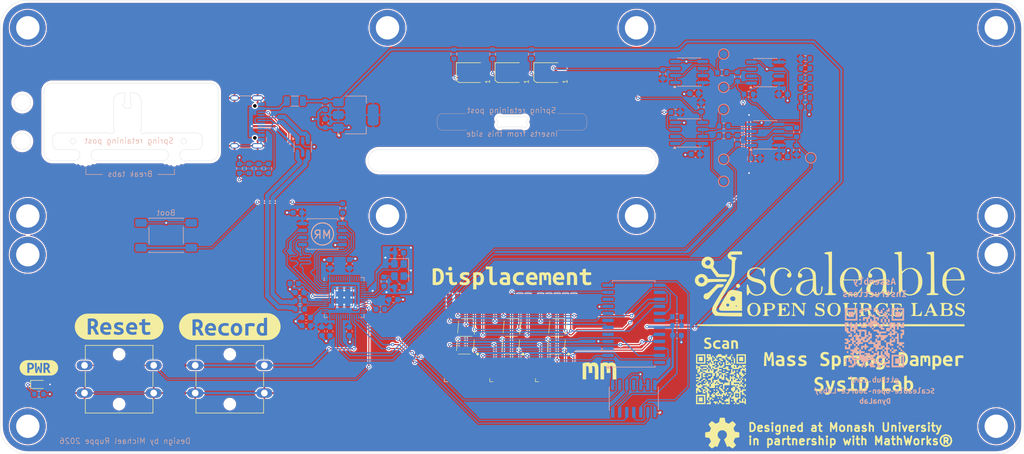
<source format=kicad_pcb>
(kicad_pcb (version 20241229) (generator "pcbnew") (generator_version "9.0")
  (title_block (title "DynaLab") (date "2026-01-27") (rev "v1.0") (company "Monash University") (comment 4 "Design by Michael Ruppe"))
  (layers (0 "F.Cu" signal) (2 "B.Cu" signal) (13 "F.Paste" user) (15 "B.Paste" user) (5 "F.SilkS" user "F.Silkscreen") (7 "B.SilkS" user "B.Silkscreen") (1 "F.Mask" user) (3 "B.Mask" user) (25 "Edge.Cuts" user))
  (net 0 "")
  (net 1 "+3V3")
  (net 2 "GND")
  (net 4 "Net-(R2-Pad2)")
  (net 5 "/SW_REC")
  (net 6 "+5V")
  (net 7 "+1V1")
  (net 8 "/V_REF")
  (net 9 "Net-(U4A-+)")
  (net 10 "Net-(U14-XIN)")
  (net 11 "Net-(C18-Pad2)")
  (net 12 "Net-(D2-K)")
  (net 14 "Net-(J1-CC1)")
  (net 15 "/USB_D+")
  (net 16 "/USB_D-")
  (net 18 "Net-(J1-CC2)")
  (net 19 "Net-(R1-Pad1)")
  (net 20 "Net-(U1A-+)")
  (net 21 "Net-(U8-ISET)")
  (net 22 "Net-(U2A-+)")
  (net 23 "Net-(U2A--)")
  (net 24 "Net-(U1B-+)")
  (net 25 "Net-(R4-Pad1)")
  (net 26 "Net-(U2B-+)")
  (net 27 "Net-(U2B--)")
  (net 28 "Net-(R5-Pad2)")
  (net 29 "Net-(U3A-+)")
  (net 30 "Net-(U3A--)")
  (net 31 "Net-(U9-A)")
  (net 32 "Net-(U11-A)")
  (net 33 "/QSPI_CS")
  (net 34 "/~{BOOT}")
  (net 35 "Net-(U12-A)")
  (net 36 "/~{RESET}")
  (net 37 "Net-(U3B--)")
  (net 39 "/B")
  (net 40 "/DP")
  (net 41 "/F")
  (net 42 "/C")
  (net 43 "/E")
  (net 44 "/DIG2")
  (net 45 "/D")
  (net 46 "/G")
  (net 47 "/A")
  (net 48 "/DIG1")
  (net 49 "/DIG0")
  (net 50 "/7SEG_~{CS}")
  (net 51 "Net-(U14-USB_DP)")
  (net 52 "Net-(U14-USB_DM)")
  (net 53 "/7SEG_CLK")
  (net 54 "/7SEG_DATA")
  (net 55 "Net-(U14-XOUT)")
  (net 57 "/QSPI_D3")
  (net 58 "/QSPI_CLK")
  (net 59 "/QSPI_D1")
  (net 60 "/QSPI_D0")
  (net 61 "/QSPI_D2")
  (net 63 "Net-(U8-CLK)")
  (net 66 "Net-(U8-LOAD)")
  (net 68 "Net-(U8-DIN)")
  (net 70 "/PHOTO_A")
  (net 71 "/PHOTO_B")
  (net 72 "/PHOTO_C")
  (net 92 "VBUS")
  (net 93 "/USB_D_RAW+")
  (net 94 "/USB_D_RAW-")
  (footprint "Footprints:MountingHole_SMTSO3080_3.2mm_M3" (layer "F.Cu") (at 44.25 108)
    (property "Reference" "H11" (hide yes))
    (property "Value" "SMTSO3080" (hide yes))
  )
  (footprint "LOGO" (layer "F.Cu") (at 169.507544 130.5)
    (property "Reference" "G***" (hide yes))
    (property "Value" "LOGO" (hide yes))
  )
  (footprint "Footprints:MountingHole_SMTSO3080_3.2mm_M3" (layer "F.Cu") (at 219.25 108)
    (property "Reference" "H12" (hide yes))
    (property "Value" "SMTSO3080" (hide yes))
  )
  (footprint "Footprints:mouse-bite-2mm-4mm-single-sided" (layer "F.Cu") (at 54.675 90.2 180)
    (property "Reference" "mousebite1" (hide yes))
    (property "Value" "VAL**" (hide yes))
  )
  (footprint "Footprints:GS3011" (layer "F.Cu") (at 131.7275 122.755)
    (property "Reference" "U6" (hide yes))
    (property "Value" "GS3011C")
  )
  (footprint "OptoDevice:Everlight_ITR1201SR10AR" (layer "F.Cu") (at 124.7725 75.1 90)
    (property "Reference" "U9" (hide yes))
    (property "Value" "ITR8307-S17-TR8" (hide yes))
  )
  (footprint "kibuzzard-6978363D" (layer "F.Cu") (at 195.306033 127.071309)
    (property "Reference" "kibuzzard-6978363D" (hide yes))
    (property "Value" "G***" (hide yes))
  )
  (footprint "OptoDevice:Everlight_ITR1201SR10AR" (layer "F.Cu") (at 131.7725 75.1 90)
    (property "Reference" "U11" (hide yes))
    (property "Value" "ITR8307-S17-TR8" (hide yes))
  )
  (footprint "Footprints:mouse-bite-2mm-4mm-single-sided" (layer "F.Cu") (at 70.675 90.2 180)
    (property "Reference" "mousebite2" (hide yes))
    (property "Value" "VAL**" (hide yes))
  )
  (footprint "kibuzzard-6930AFAB" (layer "F.Cu") (at 131.75 112.2)
    (property "Reference" "kibuzzard-6930AFAB" (hide yes))
    (property "Value" "G***" (hide yes))
  )
  (footprint "Button_Switch_THT:SW_SPST_Omron_B3F-40xx" (layer "F.Cu") (at 74.5 128)
    (property "Reference" "SW2" (hide yes))
    (property "Value" "REC/STOP" (hide yes))
  )
  (footprint "Footprints:GS3011" (layer "F.Cu") (at 123.5225 122.755)
    (property "Reference" "U5" (hide yes))
    (property "Value" "GS3011C")
  )
  (footprint "LED_SMD:LED_0603_1608Metric" (layer "F.Cu") (at 46.25 131.444915)
    (property "Reference" "D2" (hide yes))
    (property "Value" "PWR" (hide yes))
  )
  (footprint "kibuzzard-69783696" (layer "F.Cu") (at 195.306033 131.571309)
    (property "Reference" "kibuzzard-69783696" (hide yes))
    (property "Value" "G***" (hide yes))
  )
  (footprint "Footprints:GS3011" (layer "F.Cu") (at 139.9775 122.755)
    (property "Reference" "U7" (hide yes))
    (property "Value" "GS3011C")
  )
  (footprint "Footprints:MountingHole_SMTSO3080_3.2mm_M3" (layer "F.Cu") (at 219.25 139)
    (property "Reference" "H9" (hide yes))
    (property "Value" "SMTSO3080" (hide yes))
  )
  (footprint "kibuzzard-69784254" (layer "F.Cu") (at 60.75 121)
    (property "Reference" "kibuzzard-69784254" (hide yes))
    (property "Value" "G***" (hide yes))
  )
  (footprint "OptoDevice:Everlight_ITR1201SR10AR" (layer "F.Cu") (at 138.7725 75.1 90)
    (property "Reference" "U12" (hide yes))
    (property "Value" "ITR8307-S17-TR8" (hide yes))
  )
  (footprint "kibuzzard-697836DA" (layer "F.Cu") (at 218.75 134)
    (property "Reference" "kibuzzard-697836DA" (hide yes))
    (property "Value" "G***" (hide yes))
  )
  (footprint "kibuzzard-6964435B" (layer "F.Cu") (at 46.25 128.444915)
    (property "Reference" "kibuzzard-6964435B" (hide yes))
    (property "Value" "G***" (hide yes))
  )
  (footprint "kibuzzard-697848C9" (layer "F.Cu") (at 169.507544 124)
    (property "Reference" "kibuzzard-697848C9" (hide yes))
    (property "Value" "G***" (hide yes))
  )
  (footprint "Footprints:MountingHole_SMTSO3080_3.2mm_M3" (layer "F.Cu") (at 44.25 139)
    (property "Reference" "H10" (hide yes))
    (property "Value" "SMTSO3080" (hide yes))
  )
  (footprint "LOGO" (layer "F.Cu") (at 189.357954 125.726398)
    (property "Reference" "G***" (hide yes))
    (property "Value" "LOGO" (hide yes))
  )
  (footprint "Footprints:OSHW-Logo2_9.8x8mm_SilkScreen_noText" (layer "F.Cu") (at 169.73816 140.5)
    (property "Reference" "REF**" (hide yes))
    (property "Value" "OSHW-Logo2_9.8x8mm_SilkScreen_noText" (hide yes))
  )
  (footprint "Button_Switch_THT:SW_SPST_Omron_B3F-40xx" (layer "F.Cu") (at 54.5 128)
    (property "Reference" "SW3" (hide yes))
    (property "Value" "RESET" (hide yes))
  )
  (footprint "kibuzzard-6930AF86" (layer "F.Cu") (at 147.55 129)
    (property "Reference" "kibuzzard-6930AF86" (hide yes))
    (property "Value" "G***" (hide yes))
  )
  (footprint "kibuzzard-6978422B" (layer "F.Cu") (at 80.75 121)
    (property "Reference" "kibuzzard-6978422B" (hide yes))
    (property "Value" "G***" (hide yes))
  )
  (footprint "Package_SO:SOIC-8_3.9x4.9mm_P1.27mm" (layer "B.Cu") (at 177.5 86.345)
    (property "Reference" "U1" (hide yes))
    (property "Value" "LM393" (hide yes))
  )
  (footprint "Package_TO_SOT_SMD:SOT-23-6" (layer "B.Cu") (at 93.925 88.5 -90)
    (property "Reference" "U13" (hide yes))
    (property "Value" "USBLC6-2SC6" (hide yes))
  )
  (footprint "Capacitor_SMD:C_0603_1608Metric" (layer "B.Cu") (at 107.9625 117.838)
    (property "Reference" "C14" (hide yes))
    (property "Value" "1uF" (hide yes))
  )
  (footprint "Package_SO:SOIC-8_3.9x4.9mm_P1.27mm" (layer "B.Cu") (at 177.5 75.095)
    (property "Reference" "U4" (hide yes))
    (property "Value" "LM393" (hide yes))
  )
  (footprint "Resistor_SMD:R_1206_3216Metric" (layer "B.Cu") (at 92.5 80.25)
    (property "Reference" "F1" (hide yes))
    (property "Value" "PolyFuse 1A Trip" (hide yes))
  )
  (footprint "Capacitor_SMD:C_0603_1608Metric" (layer "B.Cu") (at 98.8625 121.838 -90)
    (property "Reference" "C15" (hide yes))
    (property "Value" "1uF" (hide yes))
  )
  (footprint "kibuzzard-69310240" (layer "B.Cu") (at 197.25 130.662942 180)
    (property "Reference" "kibuzzard-69310240" (hide yes))
    (property "Value" "G***" (hide yes))
  )
  (footprint "Resistor_SMD:R_0603_1608Metric" (layer "B.Cu") (at 135.25 71.75 -90)
    (property "Reference" "R19" (hide yes))
    (property "Value" "220" (hide yes))
  )
  (footprint "Resistor_SMD:R_0603_1608Metric" (layer "B.Cu") (at 82.5 92.425 90)
    (property "Reference" "R32" (hide yes))
    (property "Value" "10k" (hide yes))
  )
  (footprint "Resistor_SMD:R_0603_1608Metric" (layer "B.Cu") (at 86 92.425 90)
    (property "Reference" "R28" (hide yes))
    (property "Value" "10k" (hide yes))
  )
  (footprint "Footprints:MountingHole_SMTSO3060_3.2mm_M3" (layer "B.Cu") (at 219.25 100.9996)
    (property "Reference" "H6" (hide yes))
    (property "Value" "SMTSO3060" (hide yes))
  )
  (footprint "Resistor_SMD:R_0603_1608Metric" (layer "B.Cu") (at 161.325 82.25 180)
    (property "Reference" "R9" (hide yes))
    (property "Value" "10k" (hide yes))
  )
  (footprint "Footprints:MountingHole_SMTSO3060_3.2mm_M3" (layer "B.Cu") (at 109.25 67.0004 -90)
    (property "Reference" "H2" (hide yes))
    (property "Value" "SMTSO3060" (hide yes))
  )
  (footprint "Resistor_SMD:R_0603_1608Metric" (layer "B.Cu") (at 183.17 85.845 -90)
    (property "Reference" "R13" (hide yes))
    (property "Value" "150k" (hide yes))
  )
  (footprint "Resistor_SMD:R_0603_1608Metric" (layer "B.Cu") (at 184.75 72.575 180)
    (property "Reference" "R1" (hide yes))
    (property "Value" "1k" (hide yes))
  )
  (footprint "Connector_USB:USB_C_Receptacle_HCTL_HC-TYPE-C-16P-01A" (layer "B.Cu") (at 82.675 84 90)
    (property "Reference" "J1" (hide yes))
    (property "Value" "USB_C_Receptacle_USB2.0_16P" (hide yes))
  )
  (footprint "Resistor_SMD:R_0603_1608Metric" (layer "B.Cu") (at 172.5 75.845 -90)
    (property "Reference" "R18" (hide yes))
    (property "Value" "150k" (hide yes))
  )
  (footprint "Resistor_SMD:R_0603_1608Metric" (layer "B.Cu") (at 184.75 76.075)
    (property "Reference" "R5" (hide yes))
    (property "Value" "10k" (hide yes))
  )
  (footprint "Resistor_SMD:R_0603_1608Metric" (layer "B.Cu") (at 93.4375 116.338 180)
    (property "Reference" "R23" (hide yes))
    (property "Value" "27R" (hide yes))
  )
  (footprint "kibuzzard-6978203B" (layer "B.Cu") (at 197.25 132.662942 180)
    (property "Reference" "kibuzzard-6978203B" (hide yes))
    (property "Value" "G***" (hide yes))
  )
  (footprint "Resistor_SMD:R_0603_1608Metric" (layer "B.Cu") (at 159 75.345 90)
    (property "Reference" "R20" (hide yes))
    (property "Value" "10k" (hide yes))
  )
  (footprint "Capacitor_SMD:C_0603_1608Metric" (layer "B.Cu") (at 110.3125 116.113)
    (property "Reference" "C11" (hide yes))
    (property "Value" "100nF" (hide yes))
  )
  (footprint "Package_SO:SOIC-14_3.9x8.7mm_P1.27mm" (layer "B.Cu") (at 153.75 134 90)
    (property "Reference" "U10" (hide yes))
    (property "Value" "74AHCT125" (hide yes))
  )
  (footprint "Resistor_SMD:R_0603_1608Metric" (layer "B.Cu") (at 84.25 92.425 90)
    (property "Reference" "R31" (hide yes))
    (property "Value" "10k" (hide yes))
  )
  (footprint "Resistor_SMD:R_0603_1608Metric" (layer "B.Cu") (at 93.4375 117.838 180)
    (property "Reference" "R24" (hide yes))
    (property "Value" "27R" (hide yes))
  )
  (footprint "Resistor_SMD:R_0603_1608Metric" (layer "B.Cu") (at 121.25 71.75 -90)
    (property "Reference" "R8" (hide yes))
    (property "Value" "220" (hide yes))
  )
  (footprint "Footprints:MountingHole_SMTSO3060_3.2mm_M3" (layer "B.Cu") (at 154.25 67.0004 -90)
    (property "Reference" "H4" (hide yes))
    (property "Value" "SMTSO3060" (hide yes))
  )
  (footprint "Capacitor_SMD:C_0603_1608Metric" (layer "B.Cu") (at 92.3875 113.213 180)
    (property "Reference" "C5" (hide yes))
    (property "Value" "100nF" (hide yes))
  )
  (footprint "Resistor_SMD:R_0603_1608Metric" (layer "B.Cu") (at 175.75 90.595)
    (property "Reference" "R10" (hide yes))
    (property "Value" "10k" (hide yes))
  )
  (footprint "Resistor_SMD:R_0603_1608Metric" (layer "B.Cu") (at 165.92 81.345 -90)
    (property "Reference" "R15" (hide yes))
    (property "Value" "10k" (hide yes))
  )
  (footprint "Resistor_SMD:R_0603_1608Metric" (layer "B.Cu") (at 172.5 87.25 -90)
    (property "Reference" "R6" (hide yes))
    (property "Value" "150k" (hide yes))
  )
  (footprint "Button_Switch_SMD:SW_Push_1P1T_NO_E-Switch_TL3301NxxxxxG" (layer "B.Cu") (at 69.25 104.5)
    (property "Reference" "SW1" (hide yes))
    (property "Value" "BOOT" (hide yes))
  )
  (footprint "Resistor_SMD:R_0603_1608Metric" (layer "B.Cu") (at 170 86.5)
    (property "Reference" "R11" (hide yes))
    (property "Value" "10k" (hide yes))
  )
  (footprint "Resistor_SMD:R_0603_1608Metric" (layer "B.Cu") (at 46.25 133.194915)
    (property "Reference" "R30" (hide yes))
    (property "Value" "220" (hide yes))
  )
  (footprint "Package_SO:SOIC-24W_7.5x15.4mm_P1.27mm" (layer "B.Cu") (at 153.75 120.5)
    (property "Reference" "U8" (hide yes))
    (property "Value" "MAX7219" (hide yes))
  )
  (footprint "Capacitor_SMD:C_0603_1608Metric" (layer "B.Cu") (at 98 81.025 -90)
    (property "Reference" "C19" (hide yes))
    (property "Value" "10uF" (hide yes))
  )
  (footprint "Resistor_SMD:R_0603_1608Metric" (layer "B.Cu") (at 184.75 79.575)
    (property "Reference" "R12" (hide yes))
    (property "Value" "10k" (hide yes))
  )
  (footprint "Resistor_SMD:R_0603_1608Metric" (layer "B.Cu") (at 161.55 120.8)
    (property "Reference" "R2" (hide yes))
    (property "Value" "10k" (hide yes))
  )
  (footprint "Capacitor_SMD:C_0603_1608Metric" (layer "B.Cu") (at 98.8625 109.638 90)
    (property "Reference" "C13" (hide yes))
    (property "Value" "100nF" (hide yes))
  )
  (footprint "Capacitor_SMD:C_0603_1608Metric" (layer "B.Cu") (at 161.55 122.6)
    (property "Reference" "C22" (hide yes))
    (property "Value" "100nF" (hide yes))
  )
  (footprint "Capacitor_SMD:C_0603_1608Metric" (layer "B.Cu") (at 164.92 89.845 180)
    (property "Reference" "C2" (hide yes))
    (property "Value" "100nF" (hide yes))
  )
  (footprint "TestPoint:TestPoint_Pad_D1.5mm" (layer "B.Cu") (at 170 94.75 90)
    (property "Reference" "TP1" (hide yes))
    (property "Value" "TestPoint" (hide yes))
  )
  (footprint "Resistor_SMD:R_0603_1608Metric" (layer "B.Cu") (at 128.25 71.75 -90)
    (property "Reference" "R14" (hide yes))
    (property "Value" "220" (hide yes))
  )
  (footprint "Footprints:MountingHole_SMTSO3060_3.2mm_M3" (layer "B.Cu") (at 44.25 100.9996)
    (property "Reference" "H5" (hide yes))
    (property "Value" "SMTSO3060" (hide yes))
  )
  (footprint "Package_SO:SOIC-8_3.9x4.9mm_P1.27mm" (layer "B.Cu") (at 163.75 86)
    (property "Reference" "U2" (hide yes))
    (property "Value" "LM358" (hide yes))
  )
  (footprint "Resistor_SMD:R_0603_1608Metric" (layer "B.Cu") (at 169.67 75.095)
    (property "Reference" "R22" (hide yes))
    (property "Value" "10k" (hide yes))
  )
  (footprint "Footprints:MountingHole_SMTSO3060_3.2mm_M3" (layer "B.Cu") (at 154.25 101 -90)
    (property "Reference" "H3" (hide yes))
    (property "Value" "SMTSO3060" (hide yes))
  )
  (footprint "Footprints:MountingHole_SMTSO3060_3.2mm_M3" (layer "B.Cu") (at 44.25 67)
    (property "Reference" "H7" (hide yes))
    (property "Value" "SMTSO3060" (hide yes))
  )
  (footprint "Package_TO_SOT_SMD:SOT-223-3_TabPin2" (layer "B.Cu") (at 103.5 82.75)
    (property "Reference" "U15" (hide yes))
    (property "Value" "AMS1117-3.3" (hide yes))
  )
  (footprint "Capacitor_SMD:C_0603_1608Metric" (layer "B.Cu") (at 94.5625 120.838 180)
    (property "Reference" "C7" (hide yes))
    (property "Value" "100nF" (hide yes))
  )
  (footprint "Capacitor_SMD:C_0603_1608Metric" (layer "B.Cu") (at 97.3625 121.838 -90)
    (property "Reference" "C9" (hide yes))
    (property "Value" "100nF" (hide yes))
  )
  (footprint "Package_SO:SOIC-8_5.3x5.3mm_P1.27mm" (layer "B.Cu") (at 97.5 104.263 180)
    (property "Reference" "U16" (hide yes))
    (property "Value" "W25Q16JVSS" (hide yes))
  )
  (footprint "Capacitor_SMD:C_0603_1608Metric" (layer "B.Cu") (at 180.75 79)
    (property "Reference" "C4" (hide yes))
    (property "Value" "100nF" (hide yes))
  )
  (footprint "Resistor_SMD:R_0603_1608Metric" (layer "B.Cu") (at 108.6125 112.838 -90)
    (property "Reference" "R27" (hide yes))
    (property "Value" "1k" (hide yes))
  )
  (footprint "Resistor_SMD:R_0603_1608Metric" (layer "B.Cu") (at 184.75 74.325 180)
    (property "Reference" "R4" (hide yes))
    (property "Value" "1k" (hide yes))
  )
  (footprint "TestPoint:TestPoint_Pad_D1.5mm" (layer "B.Cu") (at 170 90.75 90)
    (property "Reference" "TP2" (hide yes))
    (property "Value" "TestPoint" (hide yes))
  )
  (footprint "Capacitor_SMD:C_0603_1608Metric" (layer "B.Cu") (at 94.5625 119.338 180)
    (property "Reference" "C6" (hide yes))
    (property "Value" "100nF" (hide yes))
  )
  (footprint "Package_SO:SOIC-8_3.9x4.9mm_P1.27mm" (layer "B.Cu") (at 163.75 75)
    (property "Reference" "U3" (hide yes))
    (property "Value" "LM358" (hide yes))
  )
  (footprint "TestPoint:TestPoint_Pad_D1.5mm" (layer "B.Cu") (at 185.75 90.5 90)
    (property "Reference" "TP4" (hide yes))
    (property "Value" "TestPoint" (hide yes))
  )
  (footprint "TestPoint:TestPoint_Pad_D1.5mm" (layer "B.Cu") (at 170 77.75 90)
    (property "Reference" "TP6" (hide yes))
    (property "Value" "TestPoint" (hide yes))
  )
  (footprint "Capacitor_SMD:C_0603_1608Metric" (layer "B.Cu") (at 98 84.25 -90)
    (property "Reference" "C20" (hide yes))
    (property "Value" "10uF" (hide yes))
  )
  (footprint "Resistor_SMD:R_0603_1608Metric" (layer "B.Cu") (at 183.17 89.095 -90)
    (property "Reference" "R16" (hide yes))
    (property "Value" "10k" (hide yes))
  )
  (footprint "RP2040_minimal:RP2040-QFN-56" (layer "B.Cu") (at 101.425 115.738 -90)
    (property "Reference" "U14" (hide yes))
    (property "Value" "RP2040" (hide yes))
  )
  (footprint "LOGO" (layer "B.Cu") (at 197.25 123 180)
    (property "Reference" "G***" (hide yes))
    (property "Value" "LOGO" (hide yes))
  )
  (footprint "Capacitor_SMD:C_0603_1608Metric" (layer "B.Cu") (at 102.3625 109.638 90)
    (property "Reference" "C12" (hide yes))
    (property "Value" "100nF" (hide yes))
  )
  (footprint "Capacitor_SMD:C_0603_1608Metric" (layer "B.Cu") (at 102.3625 121.838 -90)
    (property "Reference" "C10" (hide yes))
    (property "Value" "100nF" (hide yes))
  )
  (footprint "Capacitor_SMD:C_0603_1608Metric" (layer "B.Cu") (at 164.67 78.845 180)
    (property "Reference" "C3" (hide yes))
    (property "Value" "100nF" (hide yes))
  )
  (footprint "Resistor_SMD:R_0603_1608Metric" (layer "B.Cu") (at 184.75 77.825)
    (property "Reference" "R7" (hide yes))
    (property "Value" "10k" (hide yes))
  )
  (footprint "Resistor_SMD:R_0603_1608Metric" (layer "B.Cu") (at 170 84.75)
    (property "Reference" "R17" (hide yes))
    (property "Value" "10k" (hide yes))
  )
  (footprint "Footprints:MountingHole_SMTSO3060_3.2mm_M3" (layer "B.Cu") (at 109.25 101 -90)
    (property "Reference" "H1" (hide yes))
    (property "Value" "SMTSO3060" (hide yes))
  )
  (footprint "Capacitor_SMD:C_0603_1608Metric" (layer "B.Cu") (at 92.9875 100.403 180)
    (property "Reference" "C16" (hide yes))
    (property "Value" "100nF" (hide yes))
  )
  (footprint "kibuzzard-6978204E" (layer "B.Cu") (at 197.325 134.5 180)
    (property "Reference" "kibuzzard-6978204E" (hide yes))
    (property "Value" "G***" (hide yes))
  )
  (footprint "Capacitor_SMD:C_0603_1608Metric" (layer "B.Cu") (at 184.675 81.325)
    (property "Reference" "C21" (hide yes))
    (property "Value" "100nF" (hide yes))
  )
  (footprint "kibuzzard-69310180" (layer "B.Cu") (at 197.25 115 180)
    (property "Reference" "kibuzzard-69310180" (hide yes))
    (property "Value" "G***" (hide yes))
  )
  (footprint "Resistor_SMD:R_0603_1608Metric" (layer "B.Cu") (at 174.5 79)
    (property "Reference" "R21" (hide yes))
    (property "Value" "10k" (hide yes))
  )
  (footprint "Capacitor_SMD:C_0603_1608Metric" (layer "B.Cu") (at 111.3375 113.838)
    (property "Reference" "C18" (hide yes))
    (property "Value" "27pF" (hide yes))
  )
  (footprint "Capacitor_SMD:C_0603_1608Metric" (layer "B.Cu") (at 180.75 90.25)
    (property "Reference" "C1" (hide yes))
    (property "Value" "100nF" (hide yes))
  )
  (footprint "kibuzzard-69645CED" (layer "B.Cu") (at 197.25 112.912942 180)
    (property "Reference" "kibuzzard-69645CED" (hide yes))
    (property "Value" "G***" (hide yes))
  )
  (footprint "Resistor_SMD:R_0603_1608Metric" (layer "B.Cu") (at 101.1625 99.5905 -90)
    (property "Reference" "R25" (hide yes))
    (property "Value" "1k" (hide yes))
  )
  (footprint "Footprints:MountingHole_SMTSO3060_3.2mm_M3" (layer "B.Cu") (at 219.25 67)
    (property "Reference" "H8" (hide yes))
    (property "Value" "SMTSO3060" (hide yes))
  )
  (footprint "TestPoint:TestPoint_Pad_D1.5mm" (layer "B.Cu") (at 170 71.75 90)
    (property "Reference" "TP5" (hide yes))
    (property "Value" "TestPoint" (hide yes))
  )
  (footprint "Crystal:Crystal_SMD_3225-4Pin_3.2x2.5mm" (layer "B.Cu") (at 111.3485 110.768 -90)
    (property "Reference" "Y1" (hide yes))
    (property "Value" "12MHz 20pF 50Ohm_ESR" (hide yes))
  )
  (footprint "TestPoint:TestPoint_Pad_D1.5mm" (layer "B.Cu") (at 170 81.75 90)
    (property "Reference" "TP3" (hide yes))
    (property "Value" "TestPoint" (hide yes))
  )
  (footprint "Resistor_SMD:R_0603_1608Metric" (layer "B.Cu") (at 161.55 119.2 180)
    (property "Reference" "R3" (hide yes))
    (property "Value" "10k" (hide yes))
  )
  (footprint "Resistor_SMD:R_0603_1608Metric" (layer "B.Cu") (at 87.75 92.425 90)
    (property "Reference" "R29" (hide yes))
    (property "Value" "10k" (hide yes))
  )
  (footprint "Capacitor_SMD:C_0603_1608Metric" (layer "B.Cu") (at 111.3625 107.638)
    (property "Reference" "C17" (hide yes))
    (property "Value" "27pF" (hide yes))
  )
  (footprint "Capacitor_SMD:C_0603_1608Metric" (layer "B.Cu") (at 93.3625 114.838 180)
    (property "Reference" "C8" (hide yes))
    (property "Value" "100nF" (hide yes))
  )
  (gr_line (start 54.75 93.5) (end 54.75 92.5) (stroke (width 0.1)) (layer "B.SilkS"))
  (gr_line (start 145.253586 84.496404) (end 145.24999 83.496405) (stroke (width 0.05)) (layer "B.SilkS"))
  (gr_line (start 57.75 93.5) (end 54.75 93.5) (stroke (width 0.1)) (layer "B.SilkS"))
  (gr_line (start 67.75 93.5) (end 70.75 93.5) (stroke (width 0.1)) (layer "B.SilkS"))
  (gr_arc (start 119.246408 85.5) (mid 118.539296 85.20711) (end 118.246408 84.5) (stroke (width 0.05)) (layer "B.SilkS"))
  (gr_line (start 118.246408 84.5) (end 118.246408 83.5) (stroke (width 0.05)) (layer "B.SilkS"))
  (gr_arc (start 118.246408 83.5) (mid 118.539302 82.792896) (end 119.246408 82.5) (stroke (width 0.05)) (layer "B.SilkS"))
  (gr_line (start 140 85.5) (end 144.253592 85.5) (stroke (width 0.05)) (layer "B.SilkS"))
  (gr_line (start 123.496405 82.5) (end 119.246408 82.5) (stroke (width 0.05)) (layer "B.SilkS"))
  (gr_arc (start 145.253586 84.496404) (mid 144.961969 85.205832) (end 144.253592 85.5) (stroke (width 0.05)) (layer "B.SilkS"))
  (gr_arc (start 144.249997 82.5) (mid 144.955834 82.791622) (end 145.24999 83.496405) (stroke (width 0.05)) (layer "B.SilkS"))
  (gr_line (start 70.75 93.5) (end 70.75 92.5) (stroke (width 0.1)) (layer "B.SilkS"))
  (gr_circle (center 97.5 104.25) (end 99.5 104.25) (stroke (width 0.2)) (fill no) (layer "B.SilkS"))
  (gr_line (start 144.249997 82.5) (end 140 82.5) (stroke (width 0.05)) (layer "B.SilkS"))
  (gr_line (start 123.496405 85.5) (end 119.246408 85.5) (stroke (width 0.05)) (layer "B.SilkS"))
  (gr_arc (start 224.25 139) (mid 222.785534 142.535534) (end 219.25 144) (stroke (width 0.05)) (layer "Edge.Cuts"))
  (gr_arc (start 39.25 67) (mid 40.714466 63.464466) (end 44.25 62) (stroke (width 0.05)) (layer "Edge.Cuts"))
  (gr_arc (start 44.25 144) (mid 40.714466 142.535534) (end 39.25 139) (stroke (width 0.05)) (layer "Edge.Cuts"))
  (gr_arc (start 56.671411 91) (mid 55.671411 90) (end 56.671411 89) (stroke (width 0.05)) (layer "Edge.Cuts"))
  (gr_arc (start 63.246411 78.75) (mid 64.307071 79.18934) (end 64.746411 80.25) (stroke (width 0.05)) (layer "Edge.Cuts"))
  (gr_line (start 224.25 67) (end 224.25 139) (stroke (width 0.05)) (layer "Edge.Cuts"))
  (gr_line (start 75.753589 87.996404) (end 75.749993 86.996405) (stroke (width 0.05)) (layer "Edge.Cuts"))
  (gr_line (start 48.671411 91) (end 52.671411 91) (stroke (width 0.05)) (layer "Edge.Cuts"))
  (gr_line (start 56.671411 91) (end 68.671411 91) (stroke (width 0.05)) (layer "Edge.Cuts"))
  (gr_arc (start 68.671411 89) (mid 69.671411 90) (end 68.671411 91) (stroke (width 0.05)) (layer "Edge.Cuts"))
  (gr_line (start 39.25 139) (end 39.25 67) (stroke (width 0.05)) (layer "Edge.Cuts"))
  (gr_arc (start 47.174999 78.5) (mid 47.614339 77.439339) (end 48.674999 77) (stroke (width 0.05)) (layer "Edge.Cuts"))
  (gr_line (start 61.246411 78.75) (end 61.746411 78.75) (stroke (width 0.05)) (layer "Edge.Cuts"))
  (gr_arc (start 65.453517 86) (mid 64.746411 86) (end 64.746411 85.292894) (stroke (width 0.05)) (layer "Edge.Cuts"))
  (gr_line (start 72.671411 91) (end 77.171412 91) (stroke (width 0.05)) (layer "Edge.Cuts"))
  (gr_arc (start 62.800036 80.6) (mid 62.946231 80.776712) (end 62.998604 81) (stroke (width 0.05)) (layer "Edge.Cuts"))
  (gr_arc (start 52.671411 89) (mid 53.671411 90) (end 52.671411 91) (stroke (width 0.05)) (layer "Edge.Cuts"))
  (gr_line (start 59.746411 80.25) (end 59.746411 85.292894) (stroke (width 0.05)) (layer "Edge.Cuts"))
  (gr_arc (start 133.642894 83.1) (mid 134.35 83.1) (end 134.35 83.807106) (stroke (width 0.05)) (layer "Edge.Cuts"))
  (gr_line (start 77.175 77) (end 48.675 77) (stroke (width 0.05)) (layer "Edge.Cuts"))
  (gr_line (start 47.175 78.5) (end 47.171411 89.505744) (stroke (width 0.05)) (layer "Edge.Cuts"))
  (gr_line (start 129.15 84.192894) (end 129.15 83.807106) (stroke (width 0.05)) (layer "Edge.Cuts"))
  (gr_arc (start 61.994654 81.5) (mid 61.641101 81.353553) (end 61.494654 81) (stroke (width 0.05)) (layer "Edge.Cuts"))
  (gr_line (start 49.746411 86) (end 59.039305 86) (stroke (width 0.05)) (layer "Edge.Cuts"))
  (gr_line (start 219.25 144) (end 44.25 144) (stroke (width 0.05)) (layer "Edge.Cuts"))
  (gr_circle (center 72.421411 87.5) (end 72.921411 87.5) (stroke (width 0.05)) (fill no) (layer "Edge.Cuts"))
  (gr_line (start 49.746411 89) (end 52.671411 89) (stroke (width 0.05)) (layer "Edge.Cuts"))
  (gr_arc (start 62.996447 81) (mid 62.85 81.353553) (end 62.496447 81.5) (stroke (width 0.05)) (layer "Edge.Cuts"))
  (gr_line (start 62.746411 78.75) (end 62.800035 80.6) (stroke (width 0.05)) (layer "Edge.Cuts"))
  (gr_arc (start 72.671411 91) (mid 71.671411 90) (end 72.671411 89) (stroke (width 0.05)) (layer "Edge.Cuts"))
  (gr_circle (center 52.421411 87.5) (end 52.921411 87.5) (stroke (width 0.05)) (fill no) (layer "Edge.Cuts"))
  (gr_arc (start 129.857106 84.9) (mid 129.15 84.9) (end 129.15 84.192894) (stroke (width 0.05)) (layer "Edge.Cuts"))
  (gr_line (start 63.246411 78.75) (end 62.746411 78.75) (stroke (width 0.05)) (layer "Edge.Cuts"))
  (gr_line (start 44.25 62) (end 219.25 62) (stroke (width 0.05)) (layer "Edge.Cuts"))
  (gr_line (start 61.746411 78.75) (end 61.698243 80.6) (stroke (width 0.05)) (layer "Edge.Cuts"))
  (gr_line (start 129.857106 84.9) (end 133.642894 84.9) (stroke (width 0.05)) (layer "Edge.Cuts"))
  (gr_arc (start 107.75 93) (mid 105.75 91) (end 107.75 89) (stroke (width 0.05)) (layer "Edge.Cuts"))
  (gr_line (start 56.671411 89) (end 68.671411 89) (stroke (width 0.05)) (layer "Edge.Cuts"))
  (gr_arc (start 78.671412 89.5) (mid 78.232072 90.56066) (end 77.171412 91) (stroke (width 0.05)) (layer "Edge.Cuts"))
  (gr_arc (start 59.746411 80.25) (mid 60.185751 79.18934) (end 61.246411 78.75) (stroke (width 0.05)) (layer "Edge.Cuts"))
  (gr_line (start 72.671411 89) (end 74.753595 89) (stroke (width 0.05)) (layer "Edge.Cuts"))
  (gr_line (start 61.994654 81.5) (end 62.489545 81.5) (stroke (width 0.05)) (layer "Edge.Cuts"))
  (gr_arc (start 75.753589 87.996404) (mid 75.461971 88.705829) (end 74.753595 89) (stroke (width 0.05)) (layer "Edge.Cuts"))
  (gr_line (start 155.75 93) (end 107.75 93) (stroke (width 0.05)) (layer "Edge.Cuts"))
  (gr_line (start 107.75 89) (end 155.75 89) (stroke (width 0.05)) (layer "Edge.Cuts"))
  (gr_arc (start 48.671411 91) (mid 47.610751 90.56066) (end 47.171411 89.5) (stroke (width 0.05)) (layer "Edge.Cuts"))
  (gr_line (start 134.35 84.192894) (end 134.35 83.807106) (stroke (width 0.05)) (layer "Edge.Cuts"))
  (gr_line (start 78.671412 89.500489) (end 78.675 78.5) (stroke (width 0.05)) (layer "Edge.Cuts"))
  (gr_circle (center 43.25 87.5) (end 44.75 87.5) (stroke (width 0.05)) (fill no) (layer "Edge.Cuts"))
  (gr_line (start 48.746411 88) (end 48.746411 87) (stroke (width 0.05)) (layer "Edge.Cuts"))
  (gr_line (start 74.75 86) (end 65.453517 86) (stroke (width 0.05)) (layer "Edge.Cuts"))
  (gr_arc (start 129.15 83.807106) (mid 129.15 83.1) (end 129.857106 83.1) (stroke (width 0.05)) (layer "Edge.Cuts"))
  (gr_arc (start 77.175 77) (mid 78.23566 77.43934) (end 78.675 78.5) (stroke (width 0.05)) (layer "Edge.Cuts"))
  (gr_arc (start 61.496795 81) (mid 61.55 80.776069) (end 61.698243 80.6) (stroke (width 0.05)) (layer "Edge.Cuts"))
  (gr_circle (center 43.25 80.5) (end 43.25 79) (stroke (width 0.05)) (fill no) (layer "Edge.Cuts"))
  (gr_arc (start 49.746411 89) (mid 49.039304 88.707107) (end 48.746411 88) (stroke (width 0.05)) (layer "Edge.Cuts"))
  (gr_line (start 64.746411 80.25) (end 64.746411 85.292894) (stroke (width 0.05)) (layer "Edge.Cuts"))
  (gr_arc (start 48.746411 87) (mid 49.039304 86.292893) (end 49.746411 86) (stroke (width 0.05)) (layer "Edge.Cuts"))
  (gr_line (start 129.857106 83.1) (end 133.642894 83.1) (stroke (width 0.05)) (layer "Edge.Cuts"))
  (gr_arc (start 59.746411 85.292894) (mid 59.746411 86) (end 59.039305 86) (stroke (width 0.05)) (layer "Edge.Cuts"))
  (gr_arc (start 74.75 86) (mid 75.455842 86.291619) (end 75.749993 86.996405) (stroke (width 0.05)) (layer "Edge.Cuts"))
  (gr_arc (start 219.25 62) (mid 222.785534 63.464466) (end 224.25 67) (stroke (width 0.05)) (layer "Edge.Cuts"))
  (gr_arc (start 155.75 89) (mid 157.75 91) (end 155.75 93) (stroke (width 0.05)) (layer "Edge.Cuts"))
  (gr_arc (start 134.35 84.192894) (mid 134.35 84.9) (end 133.642894 84.9) (stroke (width 0.05)) (layer "Edge.Cuts"))
  (gr_text "Designed at Monash University\nin partnership with MathWorks®" (at 174.23816 142.5 0) (layer "F.SilkS") (effects (font (size 1.5 1.5) (thickness 0.3) (bold yes)) (justify left bottom)))
  (gr_text "MR" (at 97.5 105.25 0) (layer "B.SilkS") (effects (font (size 1.5 1.5) (thickness 0.2)) (justify bottom mirror)))
  (gr_text "Spring retaining post" (at 70.675 88 0) (layer "B.SilkS") (effects (font (size 1 1) (thickness 0.1)) (justify left bottom mirror)))
  (gr_text "Inserts from this side" (at 131.75 86.75 0) (layer "B.SilkS") (effects (font (size 1 1) (thickness 0.1)) (justify bottom mirror)))
  (gr_text " Design by Michael Ruppe 2026" (at 74.5 142.25 0) (layer "B.SilkS") (effects (font (size 1 1) (thickness 0.1)) (justify left bottom mirror)))
  (gr_text "Spring retaining post" (at 131.675 82.5 0) (layer "B.SilkS") (effects (font (size 1 1) (thickness 0.1)) (justify bottom mirror)))
  (gr_text "Break tabs" (at 66.87143 94 0) (layer "B.SilkS") (effects (font (size 1 1) (thickness 0.1)) (justify left bottom mirror)))
  (gr_text "Boot" (at 69.25 101 0) (layer "B.SilkS") (effects (font (size 1 1) (thickness 0.1)) (justify bottom mirror)))
  (segment (start 47.0375 131.444915) (end 48.25 131.444915) (width 0.2) (layer "F.Cu") (net 1))
  (segment (start 174.575 82.750002) (end 174.575 93.25) (width 0.4) (layer "F.Cu") (net 1))
  (via (at 48.25 131.444915) (size 0.6) (drill 0.3) (layers "F.Cu" "B.Cu") (net 1))
  (via (at 174.575 93.25) (size 0.6) (drill 0.3) (layers "F.Cu" "B.Cu") (net 1))
  (via (at 174.575 82.750002) (size 0.6) (drill 0.3) (layers "F.Cu" "B.Cu") (net 1))
  (segment (start 98.825 110.6) (end 98.825 113.1) (width 0.2) (layer "B.Cu") (net 1))
  (segment (start 97.351 117.949) (end 96.463 118.838) (width 0.2) (layer "B.Cu") (net 1))
  (segment (start 96.463 119.713) (end 95.337 120.838) (width 0.2) (layer "B.Cu") (net 1))
  (segment (start 102.663 113.338) (end 103.613 113.338) (width 0.2) (layer "B.Cu") (net 1))
  (segment (start 98.817 118.393) (end 98.817 119.186) (width 0.2) (layer "B.Cu") (net 1))
  (segment (start 98.817 118.393) (end 98.817 118.226) (width 0.2) (layer "B.Cu") (net 1))
  (segment (start 98.963 113.238) (end 98.863 113.338) (width 0.2) (layer "B.Cu") (net 1))
  (segment (start 97.363 116.338) (end 97.987 116.338) (width 0.2) (layer "B.Cu") (net 1))
  (segment (start 104.1 115.975) (end 104.063 115.938) (width 0.2) (layer "B.Cu") (net 1))
  (segment (start 93.806 102.252) (end 93.806 100.438) (width 0.4) (layer "B.Cu") (net 1))
  (segment (start 165.695 88.13) (end 165.92 87.905) (width 0.2) (layer "B.Cu") (net 1))
  (segment (start 98.963 113.238) (end 102.273 113.238) (width 0.2) (layer "B.Cu") (net 1))
  (segment (start 104.12 116.554) (end 104.12 116.056) (width 0.2) (layer "B.Cu") (net 1))
  (segment (start 104.1 116.574) (end 104.12 116.554) (width 0.2) (layer "B.Cu") (net 1))
  (segment (start 165.445 76.93) (end 165.47 76.905) (width 0.2) (layer "B.Cu") (net 1))
  (segment (start 165.47 76.905) (end 166.225 76.905) (width 0.2) (layer "B.Cu") (net 1))
  (segment (start 98.863 113.338) (end 98.863 113.838) (width 0.2) (layer "B.Cu") (net 1))
  (segment (start 102.425 113.086) (end 102.417 113.093) (width 0.2) (layer "B.Cu") (net 1))
  (segment (start 102.363 121.063) (end 102.363 120.988) (width 0.2) (layer "B.Cu") (net 1))
  (segment (start 102.273 113.238) (end 102.417 113.093) (width 0.2) (layer "B.Cu") (net 1))
  (segment (start 98.825 113.1) (end 98.963 113.238) (width 0.2) (layer "B.Cu") (net 1))
  (segment (start 165.445 78.845) (end 165.445 76.93) (width 0.2) (layer "B.Cu") (net 1))
  (segment (start 102.417 113.093) (end 102.663 113.338) (width 0.2) (layer "B.Cu") (net 1))
  (segment (start 97.363 115.938) (end 97.163 116.138) (width 0.2) (layer "B.Cu") (net 1))
  (segment (start 98.863 110.563) (end 98.825 110.6) (width 0.2) (layer "B.Cu") (net 1))
  (segment (start 106.75 82.65) (end 106.65 82.75) (width 0.4) (layer "B.Cu") (net 1))
  (segment (start 104.1 118.343) (end 104.1 116.574) (width 0.2) (layer "B.Cu") (net 1))
  (segment (start 102.425 110.75) (end 102.425 113.086) (width 0.2) (layer "B.Cu") (net 1))
  (segment (start 98.863 121.063) (end 98.824 121.024) (width 0.2) (layer "B.Cu") (net 1))
  (segment (start 104.12 116.056) (end 104.1 116.036) (width 0.2) (layer "B.Cu") (net 1))
  (segment (start 109.537 116.113) (end 109.363 115.938) (width 0.2) (layer "B.Cu") (net 1))
  (segment (start 102.363 120.988) (end 102.425 120.926) (width 0.2) (layer "B.Cu") (net 1))
  (segment (start 102.608 118.343) (end 104.1 118.343) (width 0.2) (layer "B.Cu") (net 1))
  (segment (start 102.363 110.688) (end 102.425 110.75) (width 0.2) (layer "B.Cu") (net 1))
  (segment (start 109.363 115.938) (end 104.063 115.938) (width 0.2) (layer "B.Cu") (net 1))
  (segment (start 179.975 88.25) (end 179.975 90.25) (width 0.2) (layer "B.Cu") (net 1))
  (segment (start 165.92 87.905) (end 166.225 87.905) (width 0.2) (layer "B.Cu") (net 1))
  (segment (start 93.912 102.358) (end 93.806 102.252) (width 0.4) (layer "B.Cu") (net 1))
  (segment (start 102.425 118.526) (end 102.608 118.343) (width 0.2) (layer "B.Cu") (net 1))
  (segment (start 96.463 118.838) (end 96.463 119.713) (width 0.2) (layer "B.Cu") (net 1))
  (segment (start 98.675 115.938) (end 98.7 115.963) (width 0.2) (layer "B.Cu") (net 1))
  (segment (start 104.1 116.036) (end 104.1 115.975) (width 0.2) (layer "B.Cu") (net 1))
  (segment (start 94.133 114.896) (end 95.376 116.138) (width 0.2) (layer "B.Cu") (net 1))
  (segment (start 104.063 113.788) (end 104.063 115.938) (width 0.2) (layer "B.Cu") (net 1))
  (segment (start 98.541 117.949) (end 97.351 117.949) (width 0.2) (layer "B.Cu") (net 1))
  (segment (start 93.806 100.438) (end 93.762 100.392) (width 0.4) (layer "B.Cu") (net 1))
  (segment (start 97.988 115.938) (end 98.675 115.938) (width 0.2) (layer "B.Cu") (net 1))
  (segment (start 97.987 115.938) (end 97.363 115.938) (width 0.2) (layer "B.Cu") (net 1))
  (segment (start 98.837 121.038) (end 98.863 121.063) (width 0.2) (layer "B.Cu") (net 1))
  (segment (start 98.817 118.226) (end 98.541 117.949) (width 0.2) (layer "B.Cu") (net 1))
  (segment (start 102.425 120.926) (end 102.425 118.526) (width 0.2) (layer "B.Cu") (net 1))
  (segment (start 97.363 121.063) (end 97.387 121.038) (width 0.2) (layer "B.Cu") (net 1))
  (segment (start 97.387 121.038) (end 98.837 121.038) (width 0.2) (layer "B.Cu") (net 1))
  (segment (start 97.988 116.338) (end 98.625 116.338) (width 0.2) (layer "B.Cu") (net 1))
  (segment (start 98.773 118.348) (end 98.817 118.393) (width 0.2) (layer "B.Cu") (net 1))
  (segment (start 95.376 116.138) (end 97.163 116.138) (width 0.2) (layer "B.Cu") (net 1))
  (segment (start 94.133 114.73) (end 94.133 114.896) (width 0.2) (layer "B.Cu") (net 1))
  (segment (start 97.163 116.138) (end 97.363 116.338) (width 0.2) (layer "B.Cu") (net 1))
  (segment (start 98.824 121.024) (end 98.824 119.176) (width 0.2) (layer "B.Cu") (net 1))
  (segment (start 103.613 113.338) (end 104.063 113.788) (width 0.2) (layer "B.Cu") (net 1))
  (segment (start 98.625 116.338) (end 98.7 116.263) (width 0.2) (layer "B.Cu") (net 1))
  (segment (start 97.98 118.348) (end 98.773 118.348) (width 0.2) (layer "B.Cu") (net 1))
  (segment (start 165.695 89.845) (end 165.695 88.13) (width 0.2) (layer "B.Cu") (net 1))
  (segment (start 102.363 110.413) (end 102.363 110.688) (width 0.2) (layer "B.Cu") (net 1))
  (segment (start 98.863 110.413) (end 98.863 110.563) (width 0.2) (layer "B.Cu") (net 1))
  (via (at 102.25 85) (size 0.6) (drill 0.3) (layers "F.Cu" "B.Cu") (net 2))
  (via (at 181.65 89.15) (size 0.6) (drill 0.3) (layers "F.Cu" "B.Cu") (net 2))
  (via (at 147.35 123.64) (size 0.6) (drill 0.3) (layers "F.Cu" "B.Cu") (net 2))
  (via (at 158.55 136.5) (size 0.6) (drill 0.3) (layers "F.Cu" "B.Cu") (net 2))
  (via (at 162.85 78.95) (size 0.6) (drill 0.3) (layers "F.Cu" "B.Cu") (net 2))
  (via (at 147.55 117.4) (size 0.6) (drill 0.3) (layers "F.Cu" "B.Cu") (net 2))
  (via (at 98.163 123.638) (size 0.6) (drill 0.35) (layers "F.Cu" "B.Cu") (net 2))
  (via (at 69.25 102.25) (size 0.6) (drill 0.3) (layers "F.Cu" "B.Cu") (net 2))
  (via (at 177.809 74.46) (size 0.6) (drill 0.3) (layers "F.Cu" "B.Cu") (net 2))
  (via (at 92.663 120.038) (size 0.6) (drill 0.35) (layers "F.Cu" "B.Cu") (net 2))
  (via (at 176.85 84.15) (size 0.6) (drill 0.3) (layers "F.Cu" "B.Cu") (net 2))
  (via (at 100.5 86.5) (size 0.6) (drill 0.3) (layers "F.Cu" "B.Cu") (net 2))
  (via (at 82.5 90.425) (size 0.6) (drill 0.3) (layers "F.Cu" "B.Cu") (net 2))
  (via (at 154.95 129.6) (size 0.6) (drill 0.3) (layers "F.Cu" "B.Cu") (net 2))
  (via (at 96.00045 88.49955) (size 0.6) (drill 0.3) (layers "F.Cu" "B.Cu") (net 2))
  (via (at 99.8 106.252) (size 0.6) (drill 0.35) (layers "F.Cu" "B.Cu") (net 2))
  (via (at 109.063 114.781) (size 0.6) (drill 0.35) (layers "F.Cu" "B.Cu") (net 2))
  (via (at 163.05 89.95) (size 0.6) (drill 0.3) (layers "F.Cu" "B.Cu") (net 2))
  (via (at 162.85 84.15) (size 0.6) (drill 0.3) (layers "F.Cu" "B.Cu") (net 2))
  (via (at 113.463 106.738) (size 0.6) (drill 0.35) (layers "F.Cu" "B.Cu") (net 2))
  (via (at 97.825 108.938) (size 0.6) (drill 0.35) (layers "F.Cu" "B.Cu") (net 2))
  (via (at 112.063 116.102) (size 0.6) (drill 0.35) (layers "F.Cu" "B.Cu") (net 2))
  (via (at 163.25 73.095) (size 0.6) (drill 0.3) (layers "F.Cu" "B.Cu") (net 2))
  (via (at 95.75 83.5) (size 0.6) (drill 0.3) (layers "F.Cu" "B.Cu") (net 2))
  (via (at 91.082 100.392) (size 0.6) (drill 0.35) (layers "F.Cu" "B.Cu") (net 2))
  (via (at 106.563 114.538) (size 0.6) (drill 0.35) (layers "F.Cu" "B.Cu") (net 2))
  (via (at 185.45 82.65) (size 0.6) (drill 0.3) (layers "F.Cu" "B.Cu") (net 2))
  (via (at 91.613 114.238) (size 0.6) (drill 0.35) (layers "F.Cu" "B.Cu") (net 2))
  (via (at 102.45 123.763) (size 0.6) (drill 0.35) (layers "F.Cu" "B.Cu") (net 2))
  (via (at 108.863 108.538) (size 0.6) (drill 0.35) (layers "F.Cu" "B.Cu") (net 2))
  (via (at 162.35 123.8) (size 0.6) (drill 0.3) (layers "F.Cu" "B.Cu") (net 2))
  (via (at 113.463 110.838) (size 0.6) (drill 0.35) (layers "F.Cu" "B.Cu") (net 2))
  (via (at 181.55 80.15) (size 0.6) (drill 0.3) (layers "F.Cu" "B.Cu") (net 2))
  (via (at 113.463 114.738) (size 0.6) (drill 0.35) (layers "F.Cu" "B.Cu") (net 2))
  (via (at 103.425 108.738) (size 0.6) (drill 0.35) (layers "F.Cu" "B.Cu") (net 2))
  (via (at 48.25 133.194915) (size 0.6) (drill 0.3) (layers "F.Cu" "B.Cu") (net 2))
  (segment (start 147.625 117.325) (end 147.55 117.4) (width 0.2) (layer "B.Cu") (net 2))
  (segment (start 102.3625 108.8625) (end 102.3625 108.863) (width 0.2) (layer "B.Cu") (net 2))
  (segment (start 155.65 137.6) (end 155.65 135.367) (width 0.2) (layer "B.Cu") (net 2))
  (segment (start 111.099 116.102) (end 111.093 116.108) (width 0.2) (layer "B.Cu") (net 2))
  (segment (start 102.45 123.763) (end 102.45 122.826) (width 0.4) (layer "B.Cu") (net 2))
  (segment (start 102.213 108.713) (end 102.363 108.862) (width 0.2) (layer "B.Cu") (net 2))
  (segment (start 91.613 114.238) (end 91.613 113.501) (width 0.2) (layer "B.Cu") (net 2))
  (segment (start 91.613 113.284) (end 91.612 113.284) (width 0.2) (layer "B.Cu") (net 2))
  (segment (start 98.863 122.938) (end 98.163 123.638) (width 0.2) (layer "B.Cu") (net 2))
  (segment (start 101.066 106.16) (end 101.076 106.168) (width 0.2) (layer "B.Cu") (net 2))
  (segment (start 97.363 122.67) (end 97.363 122.613) (width 0.2) (layer "B.Cu") (net 2))
  (segment (start 93.363 119.338) (end 93.787 119.338) (width 0.4) (layer "B.Cu") (net 2))
  (segment (start 97.363 122.67) (end 97.363 122.613) (width 0.2) (layer "B.Cu") (net 2))
  (segment (start 111.093 116.108) (end 111.087 116.113) (width 0.2) (layer "B.Cu") (net 2))
  (segment (start 100.35 86.35) (end 100.5 86.5) (width 0.4) (layer "B.Cu") (net 2))
  (segment (start 111.363 116.102) (end 112.063 116.102) (width 0.4) (layer "B.Cu") (net 2))
  (segment (start 98.8625 122.613) (end 98.863 122.613) (width 0.2) (layer "B.Cu") (net 2))
  (segment (start 102.288 108.788) (end 102.3255 108.8255) (width 0.4) (layer "B.Cu") (net 2))
  (segment (start 86 91.6) (end 87.75 91.6) (width 0.2) (layer "B.Cu") (net 2))
  (segment (start 155.02 129.67) (end 154.95 129.6) (width 0.2) (layer "B.Cu") (net 2))
  (segment (start 92.08 100.402) (end 92.146 100.402) (width 0.2) (layer "B.Cu") (net 2))
  (segment (start 82.538 91.6) (end 84.25 91.6) (width 0.2) (layer "B.Cu") (net 2))
  (segment (start 101.064 106.168) (end 101.0875 106.168) (width 0.2) (layer "B.Cu") (net 2))
  (segment (start 102.363 108.862) (end 102.363 108.863) (width 0.2) (layer "B.Cu") (net 2))
  (segment (start 162.795 84.095) (end 162.85 84.15) (width 0.2) (layer "B.Cu") (net 2))
  (segment (start 103.425 108.738) (end 102.238 108.738) (width 0.4) (layer "B.Cu") (net 2))
  (segment (start 111.087 116.113) (end 109.363 117.838) (width 0.2) (layer "B.Cu") (net 2))
  (segment (start 102.363 122.676) (end 102.363 122.644) (width 0.2) (layer "B.Cu") (net 2))
  (segment (start 153.75 137.45) (end 154.2 137.9) (width 0.2) (layer "B.Cu") (net 2))
  (segment (start 97.3625 122.6405) (end 97.3625 122.613) (width 0.2) (layer "B.Cu") (net 2))
  (segment (start 149.94 136.475) (end 149.94 135.61) (width 0.2) (layer "B.Cu") (net 2))
  (segment (start 101.077 106.164) (end 101.081 106.168) (width 0.2) (layer "B.Cu") (net 2))
  (segment (start 54.5 133) (end 67 133) (width 0.2) (layer "B.Cu") (net 2))
  (segment (start 157.56 135.5) (end 157.56 136.475) (width 0.2) (layer "B.Cu") (net 2))
  (segment (start 73.8 102.25) (end 64.7 102.25) (width 0.2) (layer "B.Cu") (net 2))
  (segment (start 181.525 89.275) (end 181.65 89.15) (width 0.2) (layer "B.Cu") (net 2))
  (segment (start 96.737 83.5) (end 95.75 83.5) (width 0.4) (layer "B.Cu") (net 2))
  (segment (start 181.525 80.125) (end 181.55 80.15) (width 0.2) (layer "B.Cu") (net 2))
  (segment (start 102.2 85.05) (end 102.25 85) (width 0.4) (layer "B.Cu") (net 2))
  (segment (start 93.925 88.024999) (end 94.399551 88.49955) (width 0.2) (layer "B.Cu") (net 2))
  (segment (start 97.363 122.726) (end 97.363 122.67) (width 0.4) (layer "B.Cu") (net 2))
  (segment (start 101.046 106.15) (end 101.064 106.168) (width 0.2) (layer "B.Cu") (net 2))
  (segment (start 86 91.6) (end 84.25 91.6) (width 0.2) (layer "B.Cu") (net 2))
  (segment (start 147.385 123.675) (end 147.35 123.64) (width 0.2) (layer "B.Cu") (net 2))
  (segment (start 98.8625 108.863) (end 98.863 108.863) (width 0.4) (layer "B.Cu") (net 2))
  (segment (start 102.362 108.862) (end 102.363 108.863) (width 0.4) (layer "B.Cu") (net 2))
  (segment (start 97.362 122.641) (end 97.3625 122.6405) (width 0.2) (layer "B.Cu") (net 2))
  (segment (start 102.213 108.713) (end 102.288 108.788) (width 0.4) (layer "B.Cu") (net 2))
  (segment (start 91.613 114.238) (end 92.105 114.73) (width 0.4) (layer "B.Cu") (net 2))
  (segment (start 101.0875 106.168) (end 101.088 106.168) (width 0.2) (layer "B.Cu") (net 2))
  (segment (start 108.7375 117.838) (end 108.737 117.838) (width 0.2) (layer "B.Cu") (net 2))
  (segment (start 153.43 129.6) (end 154.95 129.6) (width 0.2) (layer "B.Cu") (net 2))
  (segment (start 82.538 91.6) (end 82.5 91.6) (width 0.2) (layer "B.Cu") (net 2))
  (segment (start 101.064 106.168) (end 101.0875 106.168) (width 0.2) (layer "B.Cu") (net 2))
  (segment (start 98.863 122.613) (end 98.863 122.694) (width 0.2) (layer "B.Cu") (net 2))
  (segment (start 152.48 131.525) (end 152.48 130.55) (width 0.2) (layer "B.Cu") (net 2))
  (segment (start 102.363 122.644) (end 102.363 122.6285) (width 0.2) (layer "B.Cu") (net 2))
  (segment (start 92.56 114.811) (end 92.588 114.838) (width 0.2) (layer "B.Cu") (net 2))
  (segment (start 102.363 122.644) (end 102.363 122.6285) (width 0.2) (layer "B.Cu") (net 2))
  (segment (start 164.145 89.845) (end 163.155 89.845) (width 0.2) (layer "B.Cu") (net 2))
  (segment (start 101.0875 106.168) (end 101.088 106.168) (width 0.2) (layer "B.Cu") (net 2))
  (segment (start 86.42 80.32) (end 85.78 79.68) (width 0.2) (layer "B.Cu") (net 2))
  (segment (start 181.525 75.035) (end 180.95 74.46) (width 0.2) (layer "B.Cu") (net 2))
  (segment (start 166.225 73.095) (end 161.275 73.095) (width 0.2) (layer "B.Cu") (net 2))
  (segment (start 111.093 116.108) (end 111.087 116.113) (width 0.2) (layer "B.Cu") (net 2))
  (segment (start 73 133) (end 85.5 133) (width 0.4) (layer "B.Cu") (net 2))
  (segment (start 102.363 122.6285) (end 102.363 122.613) (width 0.4) (layer "B.Cu") (net 2))
  (segment (start 91.6125 113.248) (end 91.6125 113.213) (width 0.2) (layer "B.Cu") (net 2))
  (segment (start 96.737 84.588) (end 96.737 83.5) (width 0.4) (layer "B.Cu") (net 2))
  (segment (start 149.1 117.325) (end 147.625 117.325) (width 0.2) (layer "B.Cu") (net 2))
  (segment (start 102.362 108.862) (end 102.362 108.863) (width 0.2) (layer "B.Cu") (net 2))
  (segment (start 111.363 116.102) (end 111.099 116.102) (width 0.2) (layer "B.Cu") (net 2))
  (segment (start 111.087 116.102) (end 111.363 116.102) (width 0.4) (layer "B.Cu") (net 2))
  (segment (start 86.42 87.68) (end 85.78 88.32) (width 0.2) (layer "B.Cu") (net 2))
  (segment (start 92.533 114.784) (end 92.56 114.811) (width 0.2) (layer "B.Cu") (net 2))
  (segment (start 92.663 120.038) (end 93.463 120.838) (width 0.4) (layer "B.Cu") (net 2))
  (segment (start 185.575 79.575) (end 185.575 81.2) (width 0.2) (layer "B.Cu") (net 2))
  (segment (start 85.78 88.32) (end 81.6 88.32) (width 0.2) (layer "B.Cu") (net 2))
  (segment (start 92.212 100.392) (end 91.936 100.392) (width 0.4) (layer "B.Cu") (net 2))
  (segment (start 91.613 113.2485) (end 91.613 113.213) (width 0.2) (layer "B.Cu") (net 2))
  (segment (start 102.288 108.788) (end 102.363 108.862) (width 0.2) (layer "B.Cu") (net 2))
  (segment (start 102.363 122.676) (end 102.363 122.644) (width 0.4) (layer "B.Cu") (net 2))
  (segment (start 176.539 73.19) (end 175.025 73.19) (width 0.2) (layer "B.Cu") (net 2))
  (segment (start 102.288 108.788) (end 102.3255 108.8255) (width 0.2) (layer "B.Cu") (net 2))
  (segment (start 97.362 122.669) (end 97.362 122.641) (width 0.2) (layer "B.Cu") (net 2))
  (segment (start 185.575 81.2) (end 185.45 81.325) (width 0.2) (layer "B.Cu") (net 2))
  (segment (start 97.825 108.938) (end 97.9 108.863) (width 0.4) (layer "B.Cu") (net 2))
  (segment (start 92.533 114.784) (end 92.56 114.811) (width 0.2) (layer "B.Cu") (net 2))
  (segment (start 91.613 113.501) (end 91.613 113.356) (width 0.2) (layer "B.Cu") (net 2))
  (segment (start 102.363 122.739) (end 102.363 122.676) (width 0.4) (layer "B.Cu") (net 2))
  (segment (start 154.2 137.9) (end 155.35 137.9) (width 0.2) (layer "B.Cu") (net 2))
  (segment (start 82.538 91.6) (end 82.25 91.6) (width 0.2) (layer "B.Cu") (net 2))
  (segment (start 93.463 120.838) (end 93.787 120.838) (width 0.4) (layer "B.Cu") (net 2))
  (segment (start 101.077 106.164) (end 101.066 106.16) (width 0.2) (layer "B.Cu") (net 2))
  (segment (start 149.1 123.675) (end 147.385 123.675) (width 0.2) (layer "B.Cu") (net 2))
  (segment (start 155.02 131.525) (end 155.02 129.67) (width 0.2) (layer "B.Cu") (net 2))
  (segment (start 163.895 78.845) (end 162.955 78.845) (width 0.2) (layer "B.Cu") (net 2))
  (segment (start 47.075 133.194915) (end 48.25 133.194915) (width 0.2) (layer "B.Cu") (net 2))
  (segment (start 98 85.025) (end 97.175 85.025) (width 0.4) (layer "B.Cu") (net 2))
  (segment (start 94.399551 88.49955) (end 96.00045 88.49955) (width 0.2) (layer "B.Cu") (net 2))
  (segment (start 98.862 122.613) (end 98.8625 122.613) (width 0.2) (layer "B.Cu") (net 2))
  (segment (start 155.917 135.1) (end 157.16 135.1) (width 0.2) (layer "B.Cu") (net 2))
  (segment (start 97.325 81.8) (end 98 81.8) (width 0.4) (layer "B.Cu") (net 2))
  (segment (start 102.362 122.644) (end 102.362 122.613) (width 0.2) (layer "B.Cu") (net 2))
  (segment (start 102.3625 122.628) (end 102.3625 122.613) (width 0.2) (layer "B.Cu") (net 2))
  (segment (start 91.613 113.2485) (end 91.6125 113.248) (width 0.2) (layer "B.Cu") (net 2))
  (segment (start 92.663 120.038) (end 93.363 119.338) (width 0.4) (layer "B.Cu") (net 2))
  (segment (start 102.238 108.738) (end 102.213 108.713) (width 0.4) (layer "B.Cu") (net 2))
  (segment (start 92.344 114.73) (end 92.583 114.73) (width 0.4) (layer "B.Cu") (net 2))
  (segment (start 102.363 108.862) (end 102.363 108.863) (width 0.2) (layer "B.Cu") (net 2))
  (segment (start 106.363 114.738) (end 106.563 114.538) (width 0.2) (layer "B.Cu") (net 2))
  (segment (start 109.363 117.838) (end 108.7375 117.838) (width 0.2) (layer "B.Cu") (net 2))
  (segment (start 102.363 122.644) (end 102.362 122.644) (width 0.2) (layer "B.Cu") (net 2))
  (segment (start 162.325 123.775) (end 162.35 123.8) (width 0.2) (layer "B.Cu") (net 2))
  (segment (start 97.175 85.025) (end 96.737 84.588) (width 0.4) (layer "B.Cu") (net 2))
  (segment (start 92.146 100.402) (end 92.147 100.403) (width 0.2) (layer "B.Cu") (net 2))
  (segment (start 149.94 135.61) (end 152.48 133.07) (width 0.2) (layer "B.Cu") (net 2))
  (segment (start 98.863 122.776) (end 98.863 122.938) (width 0.2) (layer "B.Cu") (net 2))
  (segment (start 100.35 85.05) (end 100.35 86.35) (width 0.4) (layer "B.Cu") (net 2))
  (segment (start 102.362 108.862) (end 102.3625 108.8625) (width 0.2) (layer "B.Cu") (net 2))
  (segment (start 155.65 135.367) (end 155.917 135.1) (width 0.2) (layer "B.Cu") (net 2))
  (segment (start 181.525 79) (end 181.525 80.125) (width 0.2) (layer "B.Cu") (net 2))
  (segment (start 101.081 106.168) (end 101.0875 106.168) (width 0.2) (layer "B.Cu") (net 2))
  (segment (start 91.613 113.501) (end 91.613 113.356) (width 0.2) (layer "B.Cu") (net 2))
  (segment (start 153.75 136.475) (end 153.75 137.45) (width 0.2) (layer "B.Cu") (net 2))
  (segment (start 99.8 106.252) (end 99.884 106.168) (width 0.2) (layer "B.Cu") (net 2))
  (segment (start 91.613 113.284) (end 91.613 113.2485) (width 0.2) (layer "B.Cu") (net 2))
  (segment (start 161.275 84.095) (end 162.795 84.095) (width 0.2) (layer "B.Cu") (net 2))
  (segment (start 93.925 87.3625) (end 93.925 88.024999) (width 0.2) (layer "B.Cu") (net 2))
  (segment (start 157.16 135.1) (end 157.56 135.5) (width 0.2) (layer "B.Cu") (net 2))
  (segment (start 102.363 122.6285) (end 102.3625 122.628) (width 0.2) (layer "B.Cu") (net 2))
  (segment (start 101.088 106.168) (end 101.077 106.164) (width 0.2) (layer "B.Cu") (net 2))
  (segment (start 91.936 100.392) (end 91.082 100.392) (width 0.4) (layer "B.Cu") (net 2))
  (segment (start 155.35 137.9) (end 155.65 137.6) (width 0.2) (layer "B.Cu") (net 2))
  (segment (start 97.363 122.67) (end 97.362 122.669) (width 0.2) (layer "B.Cu") (net 2))
  (segment (start 97.9 108.863) (end 98.8625 108.863) (width 0.4) (layer "B.Cu") (net 2))
  (segment (start 102.363 122.644) (end 102.363 122.6285) (width 0.4) (layer "B.Cu") (net 2))
  (segment (start 181.525 90.25) (end 181.525 89.275) (width 0.2) (layer "B.Cu") (net 2))
  (segment (start 102.45 122.826) (end 102.363 122.739) (width 0.4) (layer "B.Cu") (net 2))
  (segment (start 177.809 74.46) (end 176.539 73.19) (width 0.2) (layer "B.Cu") (net 2))
  (segment (start 91.612 113.284) (end 91.612 113.213) (width 0.2) (layer "B.Cu") (net 2))
  (segment (start 73.8 102.25) (end 69.25 102.25) (width 0.2) (layer "B.Cu") (net 2))
  (segment (start 82.5 91.6) (end 82.5 90.425) (width 0.2) (layer "B.Cu") (net 2))
  (segment (start 97.363 122.838) (end 97.363 122.726) (width 0.4) (layer "B.Cu") (net 2))
  (segment (start 102.363 122.6285) (end 102.363 122.613) (width 0.2) (layer "B.Cu") (net 2))
  (segment (start 91.936 100.392) (end 91.948 100.402) (width 0.2) (layer "B.Cu") (net 2))
  (segment (start 175.025 84.44) (end 176.56 84.44) (width 0.2) (layer "B.Cu") (net 2))
  (segment (start 92.479 114.73) (end 92.533 114.784) (width 0.2) (layer "B.Cu") (net 2))
  (segment (start 181.525 79) (end 181.525 75.035) (width 0.2) (layer "B.Cu") (net 2))
  (segment (start 97.362 122.641) (end 97.362 122.613) (width 0.2) (layer "B.Cu") (net 2))
  (segment (start 97.363 122.67) (end 97.363 122.613) (width 0.4) (layer "B.Cu") (net 2))
  (segment (start 158.525 136.475) (end 158.55 136.5) (width 0.2) (layer "B.Cu") (net 2))
  (segment (start 92.105 114.73) (end 92.344 114.73) (width 0.4) (layer "B.Cu") (net 2))
  (segment (start 98.025 85.05) (end 98 85.025) (width 0.4) (layer "B.Cu") (net 2))
  (segment (start 157.56 136.475) (end 158.525 136.475) (width 0.2) (layer "B.Cu") (net 2))
  (segment (start 99.884 106.168) (end 101.064 106.168) (width 0.2) (layer "B.Cu") (net 2))
  (segment (start 100.35 85.05) (end 98.025 85.05) (width 0.4) (layer "B.Cu") (net 2))
  (segment (start 98.163 123.638) (end 97.363 122.838) (width 0.4) (layer "B.Cu") (net 2))
  (segment (start 162.955 78.845) (end 162.85 78.95) (width 0.2) (layer "B.Cu") (net 2))
  (segment (start 91.948 100.402) (end 92.08 100.402) (width 0.2) (layer "B.Cu") (net 2))
  (segment (start 86.42 87.2) (end 86.42 87.68) (width 0.2) (layer "B.Cu") (net 2))
  (segment (start 102.3255 108.8255) (end 102.362 108.862) (width 0.2) (layer "B.Cu") (net 2))
  (segment (start 91.613 113.356) (end 91.613 113.284) (width 0.2) (layer "B.Cu") (net 2))
  (segment (start 96.737 82.388) (end 97.325 81.8) (width 0.4) (layer "B.Cu") (net 2))
  (segment (start 152.48 133.07) (end 152.48 131.525) (width 0.2) (layer "B.Cu") (net 2))
  (segment (start 102.363 122.6285) (end 102.363 122.613) (width 0.2) (layer "B.Cu") (net 2))
  (segment (start 180.95 74.46) (end 179.975 74.46) (width 0.2) (layer "B.Cu") (net 2))
  (segment (start 86.42 80.8) (end 86.42 80.32) (width 0.2) (layer "B.Cu") (net 2))
  (segment (start 163.155 89.845) (end 163.05 89.95) (width 0.2) (layer "B.Cu") (net 2))
  (segment (start 152.48 130.55) (end 153.43 129.6) (width 0.2) (layer "B.Cu") (net 2))
  (segment (start 101.066 106.16) (end 101.046 106.15) (width 0.2) (layer "B.Cu") (net 2))
  (segment (start 101.046 106.15) (end 101.006 106.134) (width 0.2) (layer "B.Cu") (net 2))
  (segment (start 176.56 84.44) (end 176.85 84.15) (width 0.2) (layer "B.Cu") (net 2))
  (segment (start 92.147 100.403) (end 92.212 100.403) (width 0.2) (layer "B.Cu") (net 2))
  (segment (start 102.3255 108.8255) (end 102.362 108.862) (width 0.4) (layer "B.Cu") (net 2))
  (segment (start 104.863 114.738) (end 106.363 114.738) (width 0.2) (layer "B.Cu") (net 2))
  (segment (start 179.975 74.46) (end 177.809 74.46) (width 0.2) (layer "B.Cu") (net 2))
  (segment (start 96.737 83.5) (end 96.737 82.388) (width 0.4) (layer "B.Cu") (net 2))
  (segment (start 101.076 106.168) (end 101.0875 106.168) (width 0.2) (layer "B.Cu") (net 2))
  (segment (start 97.363 122.726) (end 97.363 122.67) (width 0.2) (layer "B.Cu") (net 2))
  (segment (start 101.0875 106.168) (end 101.088 106.168) (width 0.2) (layer "B.Cu") (net 2))
  (segment (start 92.344 114.73) (end 92.479 114.73) (width 0.2) (layer "B.Cu") (net 2))
  (segment (start 162.325 122.6) (end 162.325 123.775) (width 0.2) (layer "B.Cu") (net 2))
  (segment (start 156.29 131.525) (end 155.02 131.525) (width 0.2) (layer "B.Cu") (net 2))
  (segment (start 101.0875 106.168) (end 101.088 106.168) (width 0.2) (layer "B.Cu") (net 2))
  (segment (start 92.08 100.402) (end 92.146 100.402) (width 0.2) (layer "B.Cu") (net 2))
  (segment (start 100.35 85.05) (end 102.2 85.05) (width 0.4) (layer "B.Cu") (net 2))
  (segment (start 185.45 81.325) (end 185.45 82.65) (width 0.2) (layer "B.Cu") (net 2))
  (segment (start 162.375 119.2) (end 162.375 120.8) (width 0.2) (layer "B.Cu") (net 4))
  (segment (start 98.675 125) (end 103.175 125) (width 0.2) (layer "F.Cu") (net 5))
  (via (at 103.175 125) (size 0.6) (drill 0.3) (layers "F.Cu" "B.Cu") (net 5))
  (via (at 98.675 125) (size 0.6) (drill 0.3) (layers "F.Cu" "B.Cu") (net 5))
  (segment (start 85.5 128) (end 95.675 128) (width 0.4) (layer "B.Cu") (net 5))
  (segment (start 73 128) (end 85.5 128) (width 0.4) (layer "B.Cu") (net 5))
  (segment (start 103.175 125) (end 103.45 124.725) (width 0.2) (layer "B.Cu") (net 5))
  (segment (start 103.45 120.83) (end 102.825 120.205) (width 0.2) (layer "B.Cu") (net 5))
  (segment (start 102.825 120.205) (end 102.825 119.176) (width 0.2) (layer "B.Cu") (net 5))
  (segment (start 95.675 128) (end 98.675 125) (width 0.4) (layer "B.Cu") (net 5))
  (segment (start 103.45 124.725) (end 103.45 120.83) (width 0.2) (layer "B.Cu") (net 5))
  (segment (start 156.15 121) (end 164.5 121) (width 0.4) (layer "F.Cu") (net 6))
  (segment (start 164.5 121) (end 164.75 121.25) (width 0.4) (layer "F.Cu") (net 6))
  (via (at 164.75 121.25) (size 0.6) (drill 0.35) (layers "F.Cu" "B.Cu") (net 6))
  (via (at 156.15 121) (size 0.6) (drill 0.35) (layers "F.Cu" "B.Cu") (net 6))
  (segment (start 161.825 70.925) (end 163.25 69.5) (width 0.4) (layer "B.Cu") (net 6))
  (segment (start 191.25 94.75) (end 164.75 121.25) (width 0.4) (layer "B.Cu") (net 6))
  (segment (start 160.775 122.6) (end 160.775 120.85) (width 0.4) (layer "B.Cu") (net 6))
  (segment (start 158.4 121.135) (end 160.39 121.135) (width 0.4) (layer "B.Cu") (net 6))
  (segment (start 163.25 69.5) (end 186.25 69.5) (width 0.4) (layer "B.Cu") (net 6))
  (segment (start 97.713 79.962) (end 98 80.25) (width 0.4) (layer "B.Cu") (net 6))
  (segment (start 109.875 70.925) (end 121.25 70.925) (width 0.4) (layer "B.Cu") (net 6))
  (segment (start 160.775 128.31) (end 160.775 122.6) (width 0.4) (layer "B.Cu") (net 6))
  (segment (start 157.56 131.525) (end 160.775 128.31) (width 0.4) (layer "B.Cu") (net 6))
  (segment (start 160.775 120.85) (end 160.725 120.8) (width 0.4) (layer "B.Cu") (net 6))
  (segment (start 158.265 121) (end 158.4 121.135) (width 0.4) (layer "B.Cu") (net 6))
  (segment (start 186.25 69.5) (end 191.25 74.5) (width 0.4) (layer "B.Cu") (net 6))
  (segment (start 135.25 70.925) (end 161.825 70.925) (width 0.4) (layer "B.Cu") (net 6))
  (segment (start 121.25 70.925) (end 135.25 70.925) (width 0.4) (layer "B.Cu") (net 6))
  (segment (start 100.35 80.45) (end 109.875 70.925) (width 0.4) (layer "B.Cu") (net 6))
  (segment (start 100.15 80.25) (end 100.35 80.45) (width 0.4) (layer "B.Cu") (net 6))
  (segment (start 93.9625 80.25) (end 98 80.25) (width 0.4) (layer "B.Cu") (net 6))
  (segment (start 191.25 74.5) (end 191.25 94.75) (width 0.4) (layer "B.Cu") (net 6))
  (segment (start 160.39 121.135) (end 160.725 120.8) (width 0.4) (layer "B.Cu") (net 6))
  (segment (start 98 80.25) (end 100.15 80.25) (width 0.4) (layer "B.Cu") (net 6))
  (segment (start 156.15 121) (end 158.265 121) (width 0.4) (layer "B.Cu") (net 6))
  (segment (start 99.251 115.492) (end 95.746 115.492) (width 0.2) (layer "F.Cu") (net 7))
  (segment (start 99.325 115.418) (end 99.251 115.492) (width 0.2) (layer "F.Cu") (net 7))
  (segment (start 103.48 117.483) (end 105.913 116.638) (width 0.2) (layer "F.Cu") (net 7))
  (segment (start 99.325 115.208) (end 99.325 115.418) (width 0.2) (layer "F.Cu") (net 7))
  (via (at 103.48 117.483) (size 0.6) (drill 0.35) (layers "F.Cu" "B.Cu") (net 7))
  (via (at 105.913 116.638) (size 0.6) (drill 0.35) (layers "F.Cu" "B.Cu") (net 7))
  (via (at 95.746 115.492) (size 0.6) (drill 0.35) (layers "F.Cu" "B.Cu") (net 7))
  (via (at 99.325 115.208) (size 0.6) (drill 0.35) (layers "F.Cu" "B.Cu") (net 7))
  (segment (start 93.168 113.206) (end 93.441 113.206) (width 0.2) (layer "B.Cu") (net 7))
  (segment (start 95.746 115.003) (end 95.746 115.492) (width 0.2) (layer "B.Cu") (net 7))
  (segment (start 99.302 115.231) (end 99.302 117.067) (width 0.2) (layer "B.Cu") (net 7))
  (segment (start 93.949 113.206) (end 95.746 115.003) (width 0.2) (layer "B.Cu") (net 7))
  (segment (start 99.78 113.838) (end 99.302 114.316) (width 0.2) (layer "B.Cu") (net 7))
  (segment (start 99.302 115.185) (end 99.325 115.208) (width 0.2) (layer "B.Cu") (net 7))
  (segment (start 107.05 117.7) (end 107.187 117.838) (width 0.2) (layer "B.Cu") (net 7))
  (segment (start 98.831 117.538) (end 97.9875 117.538) (width 0.2) (layer "B.Cu") (net 7))
  (segment (start 106.912 117.563) (end 107.049 117.7) (width 0.2) (layer "B.Cu") (net 7))
  (segment (start 99.325 115.208) (end 99.302 115.231) (width 0.2) (layer "B.Cu") (net 7))
  (segment (start 106.912 117.563) (end 107.049 117.7) (width 0.2) (layer "B.Cu") (net 7))
  (segment (start 97.9875 117.538) (end 97.137 117.538) (width 0.2) (layer "B.Cu") (net 7))
  (segment (start 105.913 116.638) (end 105.987 116.638) (width 0.2) (layer "B.Cu") (net 7))
  (segment (start 95.746 115.492) (end 95.792 115.538) (width 0.2) (layer "B.Cu") (net 7))
  (segment (start 103.519 114.094) (end 103.263 113.838) (width 0.2) (layer "B.Cu") (net 7))
  (segment (start 105.613 116.338) (end 104.865 116.338) (width 0.2) (layer "B.Cu") (net 7))
  (segment (start 103.48 117.483) (end 103.519 117.444) (width 0.2) (layer "B.Cu") (net 7))
  (segment (start 99.302 117.067) (end 98.831 117.538) (width 0.2) (layer "B.Cu") (net 7))
  (segment (start 97.137 117.538) (end 95.7991 118.8759) (width 0.2) (layer "B.Cu") (net 7))
  (segment (start 103.263 113.838) (end 99.78 113.838) (width 0.2) (layer "B.Cu") (net 7))
  (segment (start 95.3375 119.3375) (end 95.3375 119.338) (width 0.2) (layer "B.Cu") (net 7))
  (segment (start 103.519 117.444) (end 103.519 114.094) (width 0.2) (layer "B.Cu") (net 7))
  (segment (start 107.049 117.7) (end 107.05 117.7) (width 0.2) (layer "B.Cu") (net 7))
  (segment (start 95.7991 118.8759) (end 95.337 119.338) (width 0.2) (layer "B.Cu") (net 7))
  (segment (start 105.987 116.638) (end 106.912 117.563) (width 0.2) (layer "B.Cu") (net 7))
  (segment (start 95.792 115.538) (end 97.987 115.538) (width 0.2) (layer "B.Cu") (net 7))
  (segment (start 93.441 113.206) (end 93.949 113.206) (width 0.2) (layer "B.Cu") (net 7))
  (segment (start 99.302 114.316) (end 99.302 115.185) (width 0.2) (layer "B.Cu") (net 7))
  (segment (start 93.441 113.206) (end 93.169 113.206) (width 0.2) (layer "B.Cu") (net 7))
  (segment (start 93.169 113.206) (end 93.163 113.213) (width 0.2) (layer "B.Cu") (net 7))
  (segment (start 95.7991 118.8759) (end 95.3375 119.3375) (width 0.2) (layer "B.Cu") (net 7))
  (segment (start 105.913 116.638) (end 105.613 116.338) (width 0.2) (layer "B.Cu") (net 7))
  (segment (start 183.946 83.885) (end 183.946 85.619) (width 0.2) (layer "B.Cu") (net 8))
  (segment (start 183.715 85.85) (end 180.115 85.85) (width 0.2) (layer "B.Cu") (net 8))
  (segment (start 183.9 81.325) (end 183.9 79.6) (width 0.2) (layer "B.Cu") (net 8))
  (segment (start 180.115 85.85) (end 179.975 85.71) (width 0.2) (layer "B.Cu") (net 8))
  (segment (start 176.5 77.142) (end 175.642 78) (width 0.2) (layer "B.Cu") (net 8))
  (segment (start 183.946 81.371) (end 183.946 83.885) (width 0.2) (layer "B.Cu") (net 8))
  (segment (start 175.886 80.75) (end 178.975 83.839) (width 0.2) (layer "B.Cu") (net 8))
  (segment (start 183.946 85.619) (end 183.715 85.85) (width 0.2) (layer "B.Cu") (net 8))
  (segment (start 175.025 75.73) (end 176.23 75.73) (width 0.2) (layer "B.Cu") (net 8))
  (segment (start 179.975 85.71) (end 179 85.71) (width 0.2) (layer "B.Cu") (net 8))
  (segment (start 175.136 78) (end 174.5 78.636) (width 0.2) (layer "B.Cu") (net 8))
  (segment (start 177.73 86.98) (end 175.025 86.98) (width 0.2) (layer "B.Cu") (net 8))
  (segment (start 178.975 83.839) (end 183.9 83.839) (width 0.2) (layer "B.Cu") (net 8))
  (segment (start 174.5 80) (end 175.25 80.75) (width 0.2) (layer "B.Cu") (net 8))
  (segment (start 176.5 76) (end 176.5 77.142) (width 0.2) (layer "B.Cu") (net 8))
  (segment (start 176.23 75.73) (end 176.5 76) (width 0.2) (layer "B.Cu") (net 8))
  (segment (start 183.9 79.6) (end 183.925 79.575) (width 0.2) (layer "B.Cu") (net 8))
  (segment (start 183.9 83.839) (end 183.946 83.885) (width 0.2) (layer "B.Cu") (net 8))
  (segment (start 183.9 81.325) (end 183.946 81.371) (width 0.2) (layer "B.Cu") (net 8))
  (segment (start 179 85.71) (end 177.73 86.98) (width 0.2) (layer "B.Cu") (net 8))
  (segment (start 175.25 80.75) (end 175.886 80.75) (width 0.2) (layer "B.Cu") (net 8))
  (segment (start 174.5 78.636) (end 174.5 80) (width 0.2) (layer "B.Cu") (net 8))
  (segment (start 185.575 77.825) (end 183.925 79.475) (width 0.2) (layer "B.Cu") (net 8))
  (segment (start 175.642 78) (end 175.136 78) (width 0.2) (layer "B.Cu") (net 8))
  (segment (start 183.925 79.475) (end 183.925 79.575) (width 0.2) (layer "B.Cu") (net 8))
  (segment (start 170.57 75.02) (end 170.495 75.095) (width 0.2) (layer "B.Cu") (net 9))
  (segment (start 172.73 74.46) (end 175.025 74.46) (width 0.2) (layer "B.Cu") (net 9))
  (segment (start 172.5 75.02) (end 170.57 75.02) (width 0.2) (layer "B.Cu") (net 9))
  (segment (start 172.5 74.69) (end 172.73 74.46) (width 0.2) (layer "B.Cu") (net 9))
  (segment (start 172.5 75.02) (end 172.5 74.69) (width 0.2) (layer "B.Cu") (net 9))
  (segment (start 112.1989 109.668) (end 112.1989 109.6679) (width 0.2) (layer "B.Cu") (net 10))
  (segment (start 112.1985 109.668) (end 112.1989 109.668) (width 0.2) (layer "B.Cu") (net 10))
  (segment (start 111.103 110.763) (end 108.437 110.763) (width 0.2) (layer "B.Cu") (net 10))
  (segment (start 112.137 109.607) (end 112.168 109.638) (width 0.2) (layer "B.Cu") (net 10))
  (segment (start 112.137 107.638) (end 112.137 109.607) (width 0.2) (layer "B.Cu") (net 10))
  (segment (start 108.437 110.763) (end 107.613 111.588) (width 0.2) (layer "B.Cu") (net 10))
  (segment (start 112.1989 109.6679) (end 112.199 109.668) (width 0.2) (layer "B.Cu") (net 10))
  (segment (start 112.168 109.638) (end 112.1989 109.6679) (width 0.2) (layer "B.Cu") (net 10))
  (segment (start 112.168 109.638) (end 112.1989 109.6679) (width 0.2) (layer "B.Cu") (net 10))
  (segment (start 107.613 111.588) (end 107.613 114.338) (width 0.2) (layer "B.Cu") (net 10))
  (segment (start 112.138 107.638) (end 112.137 107.638) (width 0.2) (layer "B.Cu") (net 10))
  (segment (start 112.199 109.668) (end 111.103 110.763) (width 0.2) (layer "B.Cu") (net 10))
  (segment (start 107.613 114.338) (end 106.813 115.138) (width 0.2) (layer "B.Cu") (net 10))
  (segment (start 112.1375 107.638) (end 112.137 107.638) (width 0.2) (layer "B.Cu") (net 10))
  (segment (start 112.1989 109.6679) (end 112.199 109.668) (width 0.2) (layer "B.Cu") (net 10))
  (segment (start 106.813 115.138) (end 104.863 115.138) (width 0.2) (layer "B.Cu") (net 10))
  (segment (start 111.866 113.592) (end 111.9895 113.715) (width 0.2) (layer "B.Cu") (net 11))
  (segment (start 108.6125 112.013) (end 108.613 112.013) (width 0.2) (layer "B.Cu") (net 11))
  (segment (start 111.9895 113.715) (end 112.1125 113.838) (width 0.2) (layer "B.Cu") (net 11))
  (segment (start 111.866 113.592) (end 112.112 113.838) (width 0.2) (layer "B.Cu") (net 11))
  (segment (start 108.612 112.013) (end 108.6125 112.013) (width 0.2) (layer "B.Cu") (net 11))
  (segment (start 108.613 112.013) (end 108.685 111.94) (width 0.2) (layer "B.Cu") (net 11))
  (segment (start 110.499 111.868) (end 110.215 111.584) (width 0.2) (layer "B.Cu") (net 11))
  (segment (start 108.613 112.013) (end 108.685 111.94) (width 0.2) (layer "B.Cu") (net 11))
  (segment (start 110.499 111.868) (end 110.499 112.224) (width 0.2) (layer "B.Cu") (net 11))
  (segment (start 110.499 112.224) (end 111.866 113.592) (width 0.2) (layer "B.Cu") (net 11))
  (segment (start 108.757 111.868) (end 110.4985 111.868) (width 0.2) (layer "B.Cu") (net 11))
  (segment (start 110.573 111.943) (end 110.499 111.868) (width 0.2) (layer "B.Cu") (net 11))
  (segment (start 110.457 111.909) (end 110.499 111.868) (width 0.2) (layer "B.Cu") (net 11))
  (segment (start 110.4985 111.868) (end 110.499 111.868) (width 0.2) (layer "B.Cu") (net 11))
  (segment (start 111.9895 113.715) (end 112.113 113.838) (width 0.2) (layer "B.Cu") (net 11))
  (segment (start 108.685 111.94) (end 108.757 111.868) (width 0.2) (layer "B.Cu") (net 11))
  (segment (start 45.269915 131.5) (end 44.25 131.5) (width 0.2) (layer "F.Cu") (net 12))
  (segment (start 45.325 131.444915) (end 45.269915 131.5) (width 0.2) (layer "F.Cu") (net 12))
  (via (at 44.25 131.5) (size 0.6) (drill 0.3) (layers "F.Cu" "B.Cu") (net 12))
  (segment (start 45.425 133.175) (end 44.25 132) (width 0.2) (layer "B.Cu") (net 12))
  (segment (start 44.25 132) (end 44.25 131.5) (width 0.2) (layer "B.Cu") (net 12))
  (segment (start 45.425 133.194915) (end 45.425 133.175) (width 0.2) (layer "B.Cu") (net 12))
  (segment (start 88.75 92.25) (end 88.75 86.25) (width 0.2) (layer "B.Cu") (net 14))
  (segment (start 88.75 86.25) (end 87.75 85.25) (width 0.2) (layer "B.Cu") (net 14))
  (segment (start 87.75 93.25) (end 88.75 92.25) (width 0.2) (layer "B.Cu") (net 14))
  (segment (start 87.75 85.25) (end 86.42 85.25) (width 0.2) (layer "B.Cu") (net 14))
  (segment (start 86 93.25) (end 87.75 93.25) (width 0.2) (layer "B.Cu") (net 14))
  (segment (start 92.5375 116.338) (end 92.6125 116.338) (width 0.8) (layer "B.Cu") (net 15))
  (segment (start 88.48 115.051176) (end 89.951265 116.522441) (width 0.8) (layer "B.Cu") (net 15))
  (segment (start 94.405 91.101251) (end 94.405 91.773824) (width 0.8) (layer "B.Cu") (net 15))
  (segment (start 91.609678 116.522441) (end 91.695237 116.608) (width 0.8) (layer "B.Cu") (net 15))
  (segment (start 91.695237 116.608) (end 92.2675 116.608) (width 0.8) (layer "B.Cu") (net 15))
  (segment (start 88.48 97.698824) (end 88.48 115.051176) (width 0.8) (layer "B.Cu") (net 15))
  (segment (start 94.405 91.773824) (end 88.48 97.698824) (width 0.8) (layer "B.Cu") (net 15))
  (segment (start 94.875 90.631251) (end 94.405 91.101251) (width 0.8) (layer "B.Cu") (net 15))
  (segment (start 94.875 89.6375) (end 94.875 90.631251) (width 0.8) (layer "B.Cu") (net 15))
  (segment (start 89.951265 116.522441) (end 91.609678 116.522441) (width 0.8) (layer "B.Cu") (net 15))
  (segment (start 92.2675 116.608) (end 92.5375 116.338) (width 0.8) (layer "B.Cu") (net 15))
  (segment (start 92.975 89.6375) (end 92.975 90.631251) (width 0.8) (layer "B.Cu") (net 16))
  (segment (start 93.445 91.376176) (end 87.52 97.301176) (width 0.8) (layer "B.Cu") (net 16))
  (segment (start 92.2675 117.568) (end 92.5375 117.838) (width 0.8) (layer "B.Cu") (net 16))
  (segment (start 91.242305 117.482441) (end 91.327864 117.568) (width 0.8) (layer "B.Cu") (net 16))
  (segment (start 91.327864 117.568) (end 92.2675 117.568) (width 0.8) (layer "B.Cu") (net 16))
  (segment (start 92.975 90.631251) (end 93.445 91.101251) (width 0.8) (layer "B.Cu") (net 16))
  (segment (start 93.445 91.101251) (end 93.445 91.376176) (width 0.8) (layer "B.Cu") (net 16))
  (segment (start 87.52 97.301176) (end 87.52 115.448824) (width 0.8) (layer "B.Cu") (net 16))
  (segment (start 92.5375 117.838) (end 92.6125 117.838) (width 0.8) (layer "B.Cu") (net 16))
  (segment (start 87.52 115.448824) (end 89.553617 117.482441) (width 0.8) (layer "B.Cu") (net 16))
  (segment (start 89.553617 117.482441) (end 91.242305 117.482441) (width 0.8) (layer "B.Cu") (net 16))
  (segment (start 91.425 86) (end 87.775 82.35) (width 0.2) (layer "F.Cu") (net 18))
  (segment (start 88.575 94.425) (end 91.425 91.575) (width 0.2) (layer "F.Cu") (net 18))
  (segment (start 91.425 91.575) (end 91.425 86) (width 0.2) (layer "F.Cu") (net 18))
  (segment (start 87.775 82.35) (end 87.69223 82.35) (width 0.2) (layer "F.Cu") (net 18))
  (segment (start 82.5 94.425) (end 88.575 94.425) (width 0.2) (layer "F.Cu") (net 18))
  (via (at 87.69223 82.35) (size 0.6) (drill 0.3) (layers "F.Cu" "B.Cu") (net 18))
  (via (at 82.5 94.425) (size 0.6) (drill 0.3) (layers "F.Cu" "B.Cu") (net 18))
  (segment (start 86.42 82.25) (end 87.59223 82.25) (width 0.2) (layer "B.Cu") (net 18))
  (segment (start 82.5 93.25) (end 82.526 93.224) (width 0.2) (layer "B.Cu") (net 18))
  (segment (start 82.5 94.425) (end 82.5 93.25) (width 0.2) (layer "B.Cu") (net 18))
  (segment (start 87.59223 82.25) (end 87.69223 82.35) (width 0.2) (layer "B.Cu") (net 18))
  (segment (start 83.85 93.25) (end 83.837 93.237) (width 0.2) (layer "B.Cu") (net 18))
  (segment (start 84.25 93.25) (end 83.85 93.25) (width 0.2) (layer "B.Cu") (net 18))
  (segment (start 83.826 93.224) (end 83.837 93.237) (width 0.2) (layer "B.Cu") (net 18))
  (segment (start 83.837 93.237) (end 83.85 93.25) (width 0.2) (layer "B.Cu") (net 18))
  (segment (start 82.526 93.224) (end 83.826 93.224) (width 0.2) (layer "B.Cu") (net 18))
  (segment (start 185.575 72.675) (end 185.575 72.575) (width 0.2) (layer "B.Cu") (net 19))
  (segment (start 183.925 74.325) (end 185.575 72.675) (width 0.2) (layer "B.Cu") (net 19))
  (segment (start 172.425 86.5) (end 172.5 86.425) (width 0.2) (layer "B.Cu") (net 20))
  (segment (start 175.025 85.71) (end 172.5 86.425) (width 0.2) (layer "B.Cu") (net 20))
  (segment (start 170.825 86.5) (end 172.425 86.5) (width 0.2) (layer "B.Cu") (net 20))
  (segment (start 160.06 119.865) (end 160.725 119.2) (width 0.2) (layer "B.Cu") (net 21))
  (segment (start 158.4 119.865) (end 160.06 119.865) (width 0.2) (layer "B.Cu") (net 21))
  (segment (start 155.5 82.25) (end 159.25 82.25) (width 0.2) (layer "F.Cu") (net 22))
  (segment (start 154.5 81.25) (end 155.5 82.25) (width 0.2) (layer "F.Cu") (net 22))
  (segment (start 124.75 77.75) (end 125.5 78.5) (width 0.2) (layer "F.Cu") (net 22))
  (segment (start 125.5 78.5) (end 151.75 78.5) (width 0.2) (layer "F.Cu") (net 22))
  (segment (start 151.75 78.5) (end 154.5 81.25) (width 0.2) (layer "F.Cu") (net 22))
  (segment (start 125.25 74.25) (end 124.75 74.75) (width 0.2) (layer "F.Cu") (net 22))
  (segment (start 124.75 75.25) (end 124.75 77.75) (width 0.2) (layer "F.Cu") (net 22))
  (segment (start 126.722 74.25) (end 126.772 74.2) (width 0.2) (layer "F.Cu") (net 22))
  (segment (start 125.25 74.25) (end 126.722 74.25) (width 0.2) (layer "F.Cu") (net 22))
  (segment (start 124.75 74.75) (end 124.75 75.25) (width 0.2) (layer "F.Cu") (net 22))
  (segment (start 126.7725 74.2) (end 126.772 74.2) (width 0.2) (layer "F.Cu") (net 22))
  (via (at 159.25 82.25) (size 0.6) (drill 0.3) (layers "F.Cu" "B.Cu") (net 22))
  (segment (start 160.5 82.25) (end 159.825 82.925) (width 0.2) (layer "B.Cu") (net 22))
  (segment (start 159.825 82.925) (end 159.825 85) (width 0.2) (layer "B.Cu") (net 22))
  (segment (start 159.825 85) (end 160.19 85.365) (width 0.2) (layer "B.Cu") (net 22))
  (segment (start 160.19 85.365) (end 161.275 85.365) (width 0.2) (layer "B.Cu") (net 22))
  (segment (start 159.25 82.25) (end 160.5 82.25) (width 0.2) (layer "B.Cu") (net 22))
  (segment (start 162.5 87.75) (end 161.43 87.75) (width 0.2) (layer "B.Cu") (net 23))
  (segment (start 169.095 86.5) (end 168.345 87.25) (width 0.2) (layer "B.Cu") (net 23))
  (segment (start 170 94.75) (end 167.825 92.575) (width 0.2) (layer "B.Cu") (net 23))
  (segment (start 167.825 87.25) (end 168.345 87.25) (width 0.2) (layer "B.Cu") (net 23))
  (segment (start 169.175 86.5) (end 169.095 86.5) (width 0.2) (layer "B.Cu") (net 23))
  (segment (start 168.345 87.25) (end 163 87.25) (width 0.2) (layer "B.Cu") (net 23))
  (segment (start 163 87.25) (end 162.5 87.75) (width 0.2) (layer "B.Cu") (net 23))
  (segment (start 161.43 87.75) (end 161.275 87.905) (width 0.2) (layer "B.Cu") (net 23))
  (segment (start 162.385 86.635) (end 161.275 86.635) (width 0.2) (layer "B.Cu") (net 23))
  (segment (start 167.825 92.575) (end 167.825 87.25) (width 0.2) (layer "B.Cu") (net 23))
  (segment (start 163 87.25) (end 162.385 86.635) (width 0.2) (layer "B.Cu") (net 23))
  (segment (start 182.59 84.44) (end 179.975 84.44) (width 0.2) (layer "B.Cu") (net 24))
  (segment (start 178.291 85.041) (end 178.893 84.44) (width 0.2) (layer "B.Cu") (net 24))
  (segment (start 170.825 84.75) (end 171.116 85.041) (width 0.2) (layer "B.Cu") (net 24))
  (segment (start 183.17 85.02) (end 182.59 84.44) (width 0.2) (layer "B.Cu") (net 24))
  (segment (start 178.893 84.44) (end 179.975 84.44) (width 0.2) (layer "B.Cu") (net 24))
  (segment (start 171.116 85.041) (end 178.291 85.041) (width 0.2) (layer "B.Cu") (net 24))
  (segment (start 185.575 74.325) (end 183.925 75.975) (width 0.2) (layer "B.Cu") (net 25))
  (segment (start 183.925 75.975) (end 183.925 76.075) (width 0.2) (layer "B.Cu") (net 25))
  (segment (start 148.75 78) (end 152.75 78) (width 0.2) (layer "F.Cu") (net 26))
  (segment (start 132.5 74.25) (end 132.437044 74.25) (width 0.2) (layer "F.Cu") (net 26))
  (segment (start 132.75 78) (end 148.75 78) (width 0.2) (layer "F.Cu") (net 26))
  (segment (start 131.75 77) (end 132 77.25) (width 0.2) (layer "F.Cu") (net 26))
  (segment (start 131.75 74.937044) (end 131.75 75.25) (width 0.2) (layer "F.Cu") (net 26))
  (segment (start 132.5 74.25) (end 133.722 74.25) (width 0.2) (layer "F.Cu") (net 26))
  (segment (start 133.722 74.25) (end 133.772 74.2) (width 0.2) (layer "F.Cu") (net 26))
  (segment (start 133.7725 74.2) (end 133.772 74.2) (width 0.2) (layer "F.Cu") (net 26))
  (segment (start 132 77.25) (end 132.75 78) (width 0.2) (layer "F.Cu") (net 26))
  (segment (start 132.437044 74.25) (end 131.75 74.937044) (width 0.2) (layer "F.Cu") (net 26))
  (segment (start 131.75 75.25) (end 131.75 77) (width 0.2) (layer "F.Cu") (net 26))
  (segment (start 152.75 78) (end 154.5 79.75) (width 0.2) (layer "F.Cu") (net 26))
  (via (at 154.5 79.75) (size 0.6) (drill 0.3) (layers "F.Cu" "B.Cu") (net 26))
  (segment (start 166.225 84.095) (end 165.92 83.79) (width 0.2) (layer "B.Cu") (net 26))
  (segment (start 162.25 79.75) (end 164.67 82.17) (width 0.2) (layer "B.Cu") (net 26))
  (segment (start 165.92 83.79) (end 165.92 82.17) (width 0.2) (layer "B.Cu") (net 26))
  (segment (start 154.5 79.75) (end 162.25 79.75) (width 0.2) (layer "B.Cu") (net 26))
  (segment (start 164.67 82.17) (end 165.92 82.17) (width 0.2) (layer "B.Cu") (net 26))
  (segment (start 166.225 86.635) (end 166.225 85.365) (width 0.2) (layer "B.Cu") (net 27))
  (segment (start 170 81.75) (end 169.175 82.575) (width 0.2) (layer "B.Cu") (net 27))
  (segment (start 169.175 82.575) (end 169.175 84.75) (width 0.2) (layer "B.Cu") (net 27))
  (segment (start 166.225 85.365) (end 168.56 85.365) (width 0.2) (layer "B.Cu") (net 27))
  (segment (start 168.56 85.365) (end 169.175 84.75) (width 0.2) (layer "B.Cu") (net 27))
  (segment (start 183.925 77.825) (end 185.575 76.175) (width 0.2) (layer "B.Cu") (net 28))
  (segment (start 185.575 76.175) (end 185.575 76.075) (width 0.2) (layer "B.Cu") (net 28))
  (segment (start 139.25 74.25) (end 140.722 74.25) (width 0.2) (layer "F.Cu") (net 29))
  (segment (start 140.722 74.25) (end 140.772 74.2) (width 0.2) (layer "F.Cu") (net 29))
  (segment (start 140.7725 74.2) (end 140.772 74.2) (width 0.2) (layer "F.Cu") (net 29))
  (via (at 139.25 74.25) (size 0.6) (drill 0.3) (layers "F.Cu" "B.Cu") (net 29))
  (segment (start 139.52 74.52) (end 139.25 74.25) (width 0.2) (layer "B.Cu") (net 29))
  (segment (start 161.275 74.365) (end 159.155 74.365) (width 0.2) (layer "B.Cu") (net 29))
  (segment (start 159 74.52) (end 139.52 74.52) (width 0.2) (layer "B.Cu") (net 29))
  (segment (start 159.155 74.365) (end 159 74.52) (width 0.2) (layer "B.Cu") (net 29))
  (segment (start 162.63 75.635) (end 161.275 75.635) (width 0.2) (layer "B.Cu") (net 30))
  (segment (start 164.515 73.75) (end 162.63 75.635) (width 0.2) (layer "B.Cu") (net 30))
  (segment (start 170 71.75) (end 168.845 72.905) (width 0.2) (layer "B.Cu") (net 30))
  (segment (start 161.275 76.905) (end 161.275 75.635) (width 0.2) (layer "B.Cu") (net 30))
  (segment (start 167.5 73.75) (end 164.515 73.75) (width 0.2) (layer "B.Cu") (net 30))
  (segment (start 168.845 75.095) (end 167.5 73.75) (width 0.2) (layer "B.Cu") (net 30))
  (segment (start 168.845 72.905) (end 168.845 75.095) (width 0.2) (layer "B.Cu") (net 30))
  (segment (start 122.7725 76) (end 122.772 76) (width 0.2) (layer "F.Cu") (net 31))
  (segment (start 121.5 76) (end 122.772 76) (width 0.2) (layer "F.Cu") (net 31))
  (via (at 121.5 76) (size 0.6) (drill 0.3) (layers "F.Cu" "B.Cu") (net 31))
  (segment (start 121.25 72.575) (end 121.25 75.75) (width 0.2) (layer "B.Cu") (net 31))
  (segment (start 121.25 75.75) (end 121.5 76) (width 0.2) (layer "B.Cu") (net 31))
  (segment (start 129.7725 76) (end 129 76) (width 0.2) (layer "F.Cu") (net 32))
  (segment (start 129 76) (end 128.25 75.25) (width 0.2) (layer "F.Cu") (net 32))
  (via (at 128.25 75.25) (size 0.6) (drill 0.3) (layers "F.Cu" "B.Cu") (net 32))
  (segment (start 128.25 75.25) (end 128.25 72.575) (width 0.2) (layer "B.Cu") (net 32))
  (segment (start 97.509 113.138) (end 97.9875 113.138) (width 0.2) (layer "B.Cu") (net 33))
  (segment (start 101.088 102.358) (end 101.295 102.358) (width 0.2) (layer "B.Cu") (net 33))
  (segment (start 101.162 102.282) (end 101.088 102.358) (width 0.2) (layer "B.Cu") (net 33))
  (segment (start 101.162 100.416) (end 101.162 100.6661) (width 0.2) (layer "B.Cu") (net 33))
  (segment (start 103.101 106.829) (end 101.866 108.064) (width 0.2) (layer "B.Cu") (net 33))
  (segment (start 101.295 102.358) (end 103.101 104.164) (width 0.2) (layer "B.Cu") (net 33))
  (segment (start 97.091 108.064) (end 96.901 108.254) (width 0.2) (layer "B.Cu") (net 33))
  (segment (start 101.162 100.6661) (end 101.1625 100.6656) (width 0.2) (layer "B.Cu") (net 33))
  (segment (start 101.866 108.064) (end 97.091 108.064) (width 0.2) (layer "B.Cu") (net 33))
  (segment (start 96.901 112.53) (end 97.509 113.138) (width 0.2) (layer "B.Cu") (net 33))
  (segment (start 103.101 104.164) (end 103.101 106.829) (width 0.2) (layer "B.Cu") (net 33))
  (segment (start 97.9875 113.138) (end 97.988 113.138) (width 0.2) (layer "B.Cu") (net 33))
  (segment (start 101.162 100.6661) (end 101.162 102.282) (width 0.2) (layer "B.Cu") (net 33))
  (segment (start 101.0875 102.358) (end 101.088 102.358) (width 0.2) (layer "B.Cu") (net 33))
  (segment (start 101.1625 100.6656) (end 101.1625 100.4155) (width 0.2) (layer "B.Cu") (net 33))
  (segment (start 96.901 108.254) (end 96.901 112.53) (width 0.2) (layer "B.Cu") (net 33))
  (segment (start 92.046498 98.5) (end 85.75 98.5) (width 0.2) (layer "F.Cu") (net 34))
  (segment (start 92.046499 98.500001) (end 92.046498 98.5) (width 0.2) (layer "F.Cu") (net 34))
  (via (at 85.75 98.5) (size 0.6) (drill 0.3) (layers "F.Cu" "B.Cu") (net 34))
  (via (at 92.046499 98.500001) (size 0.6) (drill 0.3) (layers "F.Cu" "B.Cu") (net 34))
  (segment (start 77.5 106.75) (end 85.75 98.5) (width 0.2) (layer "B.Cu") (net 34))
  (segment (start 64.7 106.75) (end 73.8 106.75) (width 0.4) (layer "B.Cu") (net 34))
  (segment (start 73.8 106.75) (end 77.5 106.75) (width 0.2) (layer "B.Cu") (net 34))
  (segment (start 92.311998 98.7655) (end 92.046499 98.500001) (width 0.2) (layer "B.Cu") (net 34))
  (segment (start 101.1625 98.7655) (end 92.311998 98.7655) (width 0.2) (layer "B.Cu") (net 34))
  (segment (start 136.7725 76) (end 136 76) (width 0.2) (layer "F.Cu") (net 35))
  (segment (start 136 76) (end 135.25 75.25) (width 0.2) (layer "F.Cu") (net 35))
  (via (at 135.25 75.25) (size 0.6) (drill 0.3) (layers "F.Cu" "B.Cu") (net 35))
  (segment (start 135.25 75.25) (end 135.25 72.575) (width 0.2) (layer "B.Cu") (net 35))
  (segment (start 54.5 128) (end 67 128) (width 0.2) (layer "F.Cu") (net 36))
  (segment (start 105.875 128.25) (end 105.875 117.65) (width 0.2) (layer "F.Cu") (net 36))
  (via (at 105.875 117.65) (size 0.6) (drill 0.3) (layers "F.Cu" "B.Cu") (net 36))
  (via (at 105.875 128.25) (size 0.6) (drill 0.3) (layers "F.Cu" "B.Cu") (net 36))
  (segment (start 104.8625 117.538) (end 104.862 117.538) (width 0.2) (layer "B.Cu") (net 36))
  (segment (start 103.625 130.5) (end 105.875 128.25) (width 0.2) (layer "B.Cu") (net 36))
  (segment (start 67 128) (end 69.5 130.5) (width 0.2) (layer "B.Cu") (net 36))
  (segment (start 105.763 117.538) (end 105.875 117.65) (width 0.2) (layer "B.Cu") (net 36))
  (segment (start 104.8625 117.538) (end 105.763 117.538) (width 0.2) (layer "B.Cu") (net 36))
  (segment (start 69.5 130.5) (end 103.625 130.5) (width 0.2) (layer "B.Cu") (net 36))
  (segment (start 166.225 74.365) (end 166.225 75.635) (width 0.2) (layer "B.Cu") (net 37))
  (segment (start 126.459 122.482) (end 126.478 122.5) (width 0.2) (layer "F.Cu") (net 39))
  (segment (start 126.459 116.527) (end 126.459 117.3274) (width 0.2) (layer "F.Cu") (net 39))
  (segment (start 134.664 116.927) (end 134.664 116.727) (width 0.2) (layer "F.Cu") (net 39))
  (segment (start 142.9142 117.3272) (end 142.9142 116.5272) (width 0.2) (layer "F.Cu") (net 39))
  (segment (start 134.664 116.727) (end 134.664 116.627) (width 0.2) (layer "F.Cu") (net 39))
  (segment (start 134.664 117.327) (end 134.664 116.927) (width 0.2) (layer "F.Cu") (net 39))
  (segment (start 134.664 116.5274) (end 134.6642 116.5272) (width 0.2) (layer "F.Cu") (net 39))
  (segment (start 134.664 117.327) (end 134.664 116.927) (width 0.2) (layer "F.Cu") (net 39))
  (segment (start 126.4592 117.3272) (end 126.4592 116.5272) (width 0.2) (layer "F.Cu") (net 39))
  (segment (start 142.914 118.236) (end 142.914 117.3274) (width 0.2) (layer "F.Cu") (net 39))
  (segment (start 134.664 122.313) (end 134.664 117.327) (width 0.2) (layer "F.Cu") (net 39))
  (segment (start 134.664 116.727) (end 134.664 116.627) (width 0.2) (layer "F.Cu") (net 39))
  (segment (start 134.664 116.627) (end 134.664 116.5274) (width 0.2) (layer "F.Cu") (net 39))
  (segment (start 126.459 117.3274) (end 126.4592 117.3272) (width 0.2) (layer "F.Cu") (net 39))
  (segment (start 142.914 117.3274) (end 142.9142 117.3272) (width 0.2) (layer "F.Cu") (net 39))
  (segment (start 126.459 117.3274) (end 126.459 122.482) (width 0.2) (layer "F.Cu") (net 39))
  (segment (start 142.35 118.8) (end 142.914 118.236) (width 0.2) (layer "F.Cu") (net 39))
  (segment (start 142.35 121.75) (end 142.35 118.8) (width 0.2) (layer "F.Cu") (net 39))
  (segment (start 142.914 117.3274) (end 142.914 116.527) (width 0.2) (layer "F.Cu") (net 39))
  (segment (start 134.478 122.5) (end 134.664 122.313) (width 0.2) (layer "F.Cu") (net 39))
  (via (at 134.478 122.5) (size 0.6) (drill 0.3) (layers "F.Cu" "B.Cu") (net 39))
  (via (at 142.35 121.75) (size 0.6) (drill 0.3) (layers "F.Cu" "B.Cu") (net 39))
  (via (at 126.478 122.5) (size 0.6) (drill 0.3) (layers "F.Cu" "B.Cu") (net 39))
  (segment (start 152.95 121.8) (end 157.425 117.325) (width 0.2) (layer "B.Cu") (net 39))
  (segment (start 134.478 122.5) (end 141.6 122.5) (width 0.2) (layer "B.Cu") (net 39))
  (segment (start 142.4 121.8) (end 152.95 121.8) (width 0.2) (layer "B.Cu") (net 39))
  (segment (start 142.35 121.75) (end 142.4 121.8) (width 0.2) (layer "B.Cu") (net 39))
  (segment (start 141.6 122.5) (end 142.35 121.75) (width 0.2) (layer "B.Cu") (net 39))
  (segment (start 126.478 122.5) (end 134.478 122.5) (width 0.2) (layer "B.Cu") (net 39))
  (segment (start 157.425 117.325) (end 158.4 117.325) (width 0.2) (layer "B.Cu") (net 39))
  (segment (start 134.669 126.442) (end 134.669 129.046) (width 0.2) (layer "F.Cu") (net 40))
  (segment (start 142.919 129.0465) (end 142.919 129.046) (width 0.2) (layer "F.Cu") (net 40))
  (segment (start 142.919 126.442) (end 142.919 129.046) (width 0.2) (layer "F.Cu") (net 40))
  (segment (start 142.728 126.25) (end 142.919 126.442) (width 0.2) (layer "F.Cu") (net 40))
  (segment (start 126.464 129.046) (end 126.464 126.263) (width 0.2) (layer "F.Cu") (net 40))
  (segment (start 134.669 129.0465) (end 134.669 129.046) (width 0.2) (layer "F.Cu") (net 40))
  (segment (start 126.464 129.0465) (end 126.464 129.046) (width 0.2) (layer "F.Cu") (net 40))
  (segment (start 126.464 126.263) (end 126.478 126.25) (width 0.2) (layer "F.Cu") (net 40))
  (segment (start 134.478 126.25) (end 134.669 126.442) (width 0.2) (layer "F.Cu") (net 40))
  (via (at 142.728 126.25) (size 0.6) (drill 0.3) (layers "F.Cu" "B.Cu") (net 40))
  (via (at 134.478 126.25) (size 0.6) (drill 0.3) (layers "F.Cu" "B.Cu") (net 40))
  (via (at 126.478 126.25) (size 0.6) (drill 0.3) (layers "F.Cu" "B.Cu") (net 40))
  (segment (start 143.364 125.614) (end 142.728 126.25) (width 0.2) (layer "B.Cu") (net 40))
  (segment (start 159.95 126.4) (end 159.534 126.816) (width 0.2) (layer "B.Cu") (net 40))
  (segment (start 158.4 124.945) (end 159.695 124.945) (width 0.2) (layer "B.Cu") (net 40))
  (segment (start 151.368 126.816) (end 150.166 125.614) (width 0.2) (layer "B.Cu") (net 40))
  (segment (start 159.695 124.945) (end 159.95 125.2) (width 0.2) (layer "B.Cu") (net 40))
  (segment (start 159.95 125.2) (end 159.95 126.4) (width 0.2) (layer "B.Cu") (net 40))
  (segment (start 126.478 126.25) (end 142.728 126.25) (width 0.2) (layer "B.Cu") (net 40))
  (segment (start 150.166 125.614) (end 143.364 125.614) (width 0.2) (layer "B.Cu") (net 40))
  (segment (start 159.534 126.816) (end 151.368 126.816) (width 0.2) (layer "B.Cu") (net 40))
  (segment (start 121.959 116.5272) (end 121.959 116.5273) (width 0.2) (layer "F.Cu") (net 41))
  (segment (start 130.164 116.927) (end 130.164 116.827) (width 0.2) (layer "F.Cu") (net 41))
  (segment (start 130.164 116.727) (end 130.164 116.627) (width 0.2) (layer "F.Cu") (net 41))
  (segment (start 142.999 119) (end 142.974 119.024) (width 0.2) (layer "F.Cu") (net 41))
  (segment (start 130.164 117.3647) (end 130.164 117.327) (width 0.2) (layer "F.Cu") (net 41))
  (segment (start 130.164 116.827) (end 130.164 116.727) (width 0.2) (layer "F.Cu") (net 41))
  (segment (start 138.414 116.527) (end 138.414 119) (width 0.2) (layer "F.Cu") (net 41))
  (segment (start 153.35 119) (end 142.999 119) (width 0.2) (layer "F.Cu") (net 41))
  (segment (start 130.164 116.5274) (end 130.1642 116.5272) (width 0.2) (layer "F.Cu") (net 41))
  (segment (start 121.959 119) (end 121.959 116.5273) (width 0.2) (layer "F.Cu") (net 41))
  (segment (start 121.9592 116.5272) (end 121.959 116.5272) (width 0.2) (layer "F.Cu") (net 41))
  (segment (start 121.959 116.5273) (end 121.959 116.527) (width 0.2) (layer "F.Cu") (net 41))
  (segment (start 130.164 116.727) (end 130.164 116.627) (width 0.2) (layer "F.Cu") (net 41))
  (segment (start 130.164 116.827) (end 130.164 117.3647) (width 0.2) (layer "F.Cu") (net 41))
  (segment (start 130.228 119) (end 130.164 118.936) (width 0.2) (layer "F.Cu") (net 41))
  (segment (start 130.164 118.936) (end 130.164 117.3647) (width 0.2) (layer "F.Cu") (net 41))
  (segment (start 130.164 116.627) (end 130.164 116.5274) (width 0.2) (layer "F.Cu") (net 41))
  (via (at 130.228 119) (size 0.6) (drill 0.3) (layers "F.Cu" "B.Cu") (net 41))
  (via (at 142.974 119.024) (size 0.6) (drill 0.3) (layers "F.Cu" "B.Cu") (net 41))
  (via (at 138.414 119) (size 0.6) (drill 0.3) (layers "F.Cu" "B.Cu") (net 41))
  (via (at 121.959 119) (size 0.6) (drill 0.3) (layers "F.Cu" "B.Cu") (net 41))
  (via (at 153.35 119) (size 0.6) (drill 0.3) (layers "F.Cu" "B.Cu") (net 41))
  (segment (start 121.959 119) (end 138.414 119) (width 0.2) (layer "B.Cu") (net 41))
  (segment (start 138.414 119) (end 142.95 119) (width 0.2) (layer "B.Cu") (net 41))
  (segment (start 156.295 116.055) (end 158.4 116.055) (width 0.2) (layer "B.Cu") (net 41))
  (segment (start 142.95 119) (end 142.974 119.024) (width 0.2) (layer "B.Cu") (net 41))
  (segment (start 153.35 119) (end 156.295 116.055) (width 0.2) (layer "B.Cu") (net 41))
  (segment (start 124.978 125.25) (end 124.964 125.264) (width 0.2) (layer "F.Cu") (net 42))
  (segment (start 132.978 125.25) (end 133.169 125.442) (width 0.2) (layer "F.Cu") (net 42))
  (segment (start 141.419 125.442) (end 141.419 129.046) (width 0.2) (layer "F.Cu") (net 42))
  (segment (start 156.75 123.075) (end 156.75 123.75) (width 0.2) (layer "F.Cu") (net 42))
  (segment (start 124.964 125.264) (end 124.964 129.046) (width 0.2) (layer "F.Cu") (net 42))
  (segment (start 133.169 125.442) (end 133.169 129.046) (width 0.2) (layer "F.Cu") (net 42))
  (segment (start 155.25 125.25) (end 141.228 125.25) (width 0.2) (layer "F.Cu") (net 42))
  (segment (start 133.169 129.0465) (end 133.169 129.046) (width 0.2) (layer "F.Cu") (net 42))
  (segment (start 141.228 125.25) (end 141.419 125.442) (width 0.2) (layer "F.Cu") (net 42))
  (segment (start 124.964 129.0465) (end 124.964 129.046) (width 0.2) (layer "F.Cu") (net 42))
  (segment (start 141.419 129.0465) (end 141.419 129.046) (width 0.2) (layer "F.Cu") (net 42))
  (segment (start 156.75 123.75) (end 155.25 125.25) (width 0.2) (layer "F.Cu") (net 42))
  (via (at 132.978 125.25) (size 0.6) (drill 0.3) (layers "F.Cu" "B.Cu") (net 42))
  (via (at 141.228 125.25) (size 0.6) (drill 0.3) (layers "F.Cu" "B.Cu") (net 42))
  (via (at 156.75 123.075) (size 0.6) (drill 0.3) (layers "F.Cu" "B.Cu") (net 42))
  (via (at 124.978 125.25) (size 0.6) (drill 0.3) (layers "F.Cu" "B.Cu") (net 42))
  (segment (start 124.978 125.25) (end 132.978 125.25) (width 0.2) (layer "B.Cu") (net 42))
  (segment (start 132.978 125.25) (end 141.228 125.25) (width 0.2) (layer "B.Cu") (net 42))
  (segment (start 156.75 123.075) (end 157.325 122.5) (width 0.2) (layer "B.Cu") (net 42))
  (segment (start 157.325 122.5) (end 158.305 122.5) (width 0.2) (layer "B.Cu") (net 42))
  (segment (start 158.305 122.5) (end 158.4 122.405) (width 0.2) (layer "B.Cu") (net 42))
  (segment (start 154.75 124.25) (end 155.25 123.75) (width 0.2) (layer "F.Cu") (net 43))
  (segment (start 136.728 124.25) (end 136.919 124.442) (width 0.2) (layer "F.Cu") (net 43))
  (segment (start 120.464 129.0465) (end 120.464 129.046) (width 0.2) (layer "F.Cu") (net 43))
  (segment (start 128.478 124.25) (end 128.669 124.442) (width 0.2) (layer "F.Cu") (net 43))
  (segment (start 128.669 124.442) (end 128.669 129.046) (width 0.2) (layer "F.Cu") (net 43))
  (segment (start 128.669 129.0465) (end 128.669 129.046) (width 0.2) (layer "F.Cu") (net 43))
  (segment (start 151.35 124.25) (end 154.75 124.25) (width 0.2) (layer "F.Cu") (net 43))
  (segment (start 136.919 124.442) (end 136.919 129.046) (width 0.2) (layer "F.Cu") (net 43))
  (segment (start 120.464 129.046) (end 120.464 124.263) (width 0.2) (layer "F.Cu") (net 43))
  (segment (start 136.919 129.0465) (end 136.919 129.046) (width 0.2) (layer "F.Cu") (net 43))
  (segment (start 120.464 124.263) (end 120.478 124.25) (width 0.2) (layer "F.Cu") (net 43))
  (via (at 155.25 123.75) (size 0.6) (drill 0.3) (layers "F.Cu" "B.Cu") (net 43))
  (via (at 151.35 124.25) (size 0.6) (drill 0.3) (layers "F.Cu" "B.Cu") (net 43))
  (via (at 120.478 124.25) (size 0.6) (drill 0.3) (layers "F.Cu" "B.Cu") (net 43))
  (via (at 128.478 124.25) (size 0.6) (drill 0.3) (layers "F.Cu" "B.Cu") (net 43))
  (via (at 136.728 124.25) (size 0.6) (drill 0.3) (layers "F.Cu" "B.Cu") (net 43))
  (segment (start 136.728 124.25) (end 136.754 124.276) (width 0.2) (layer "B.Cu") (net 43))
  (segment (start 128.478 124.25) (end 136.728 124.25) (width 0.2) (layer "B.Cu") (net 43))
  (segment (start 151.324 124.276) (end 151.35 124.25) (width 0.2) (layer "B.Cu") (net 43))
  (segment (start 155.325 123.675) (end 158.4 123.675) (width 0.2) (layer "B.Cu") (net 43))
  (segment (start 120.478 124.25) (end 128.478 124.25) (width 0.2) (layer "B.Cu") (net 43))
  (segment (start 155.25 123.75) (end 155.325 123.675) (width 0.2) (layer "B.Cu") (net 43))
  (segment (start 136.754 124.276) (end 151.324 124.276) (width 0.2) (layer "B.Cu") (net 43))
  (segment (start 123.459 116.927) (end 123.459 116.727) (width 0.2) (layer "F.Cu") (net 44))
  (segment (start 123.464 129.046) (end 123.461 129.044) (width 0.2) (layer "F.Cu") (net 44))
  (segment (start 123.459 116.927) (end 123.459 117.327) (width 0.2) (layer "F.Cu") (net 44))
  (segment (start 123.459 129.042) (end 123.459 120.6) (width 0.2) (layer "F.Cu") (net 44))
  (segment (start 123.461 129.044) (end 123.459 129.042) (width 0.2) (layer "F.Cu") (net 44))
  (segment (start 123.464 129.0465) (end 123.464 129.046) (width 0.2) (layer "F.Cu") (net 44))
  (segment (start 123.459 117.327) (end 123.459 116.927) (width 0.2) (layer "F.Cu") (net 44))
  (segment (start 123.459 117.327) (end 123.459 120.6) (width 0.2) (layer "F.Cu") (net 44))
  (segment (start 123.459 116.5274) (end 123.4592 116.5272) (width 0.2) (layer "F.Cu") (net 44))
  (segment (start 123.459 116.727) (end 123.459 116.527) (width 0.2) (layer "F.Cu") (net 44))
  (segment (start 123.459 116.727) (end 123.459 116.5274) (width 0.2) (layer "F.Cu") (net 44))
  (via (at 123.459 120.6) (size 0.6) (drill 0.3) (layers "F.Cu" "B.Cu") (net 44))
  (segment (start 148.565 120.6) (end 123.459 120.6) (width 0.2) (layer "B.Cu") (net 44))
  (segment (start 149.1 121.135) (end 148.565 120.6) (width 0.2) (layer "B.Cu") (net 44))
  (segment (start 138.419 123.442) (end 138.419 129.046) (width 0.2) (layer "F.Cu") (net 45))
  (segment (start 121.964 129.046) (end 121.964 123.263) (width 0.2) (layer "F.Cu") (net 45))
  (segment (start 121.964 123.263) (end 121.978 123.25) (width 0.2) (layer "F.Cu") (net 45))
  (segment (start 130.169 123.442) (end 130.169 129.046) (width 0.2) (layer "F.Cu") (net 45))
  (segment (start 130.169 129.0465) (end 130.169 129.046) (width 0.2) (layer "F.Cu") (net 45))
  (segment (start 138.228 123.25) (end 138.419 123.442) (width 0.2) (layer "F.Cu") (net 45))
  (segment (start 121.964 129.0465) (end 121.964 129.046) (width 0.2) (layer "F.Cu") (net 45))
  (segment (start 129.978 123.25) (end 130.169 123.442) (width 0.2) (layer "F.Cu") (net 45))
  (segment (start 138.419 129.0465) (end 138.419 129.046) (width 0.2) (layer "F.Cu") (net 45))
  (via (at 138.228 123.25) (size 0.6) (drill 0.3) (layers "F.Cu" "B.Cu") (net 45))
  (via (at 121.978 123.25) (size 0.6) (drill 0.3) (layers "F.Cu" "B.Cu") (net 45))
  (via (at 129.978 123.25) (size 0.6) (drill 0.3) (layers "F.Cu" "B.Cu") (net 45))
  (segment (start 143.96 123.04) (end 151.39 123.04) (width 0.2) (layer "B.Cu") (net 45))
  (segment (start 121.978 123.25) (end 138.228 123.25) (width 0.2) (layer "B.Cu") (net 45))
  (segment (start 151.39 123.04) (end 154.565 126.215) (width 0.2) (layer "B.Cu") (net 45))
  (segment (start 154.565 126.215) (end 158.4 126.215) (width 0.2) (layer "B.Cu") (net 45))
  (segment (start 143.75 123.25) (end 143.96 123.04) (width 0.2) (layer "B.Cu") (net 45))
  (segment (start 138.228 123.25) (end 143.75 123.25) (width 0.2) (layer "B.Cu") (net 45))
  (segment (start 128.664 120) (end 128.664 117.327) (width 0.2) (layer "F.Cu") (net 46))
  (segment (start 120.459 120) (end 120.459 117.49) (width 0.2) (layer "F.Cu") (net 46))
  (segment (start 128.664 116.727) (end 128.664 116.627) (width 0.2) (layer "F.Cu") (net 46))
  (segment (start 128.664 117.327) (end 128.664 116.927) (width 0.2) (layer "F.Cu") (net 46))
  (segment (start 120.459 117.49) (end 120.459 116.852) (width 0.2) (layer "F.Cu") (net 46))
  (segment (start 120.459 117.49) (end 120.459 116.852) (width 0.2) (layer "F.Cu") (net 46))
  (segment (start 136.914 116.527) (end 136.914 120) (width 0.2) (layer "F.Cu") (net 46))
  (segment (start 120.459 116.852) (end 120.459 116.527) (width 0.2) (layer "F.Cu") (net 46))
  (segment (start 128.664 116.927) (end 128.664 116.627) (width 0.2) (layer "F.Cu") (net 46))
  (segment (start 128.6642 116.6268) (end 128.6642 116.5272) (width 0.2) (layer "F.Cu") (net 46))
  (segment (start 128.664 117.327) (end 128.664 116.927) (width 0.2) (layer "F.Cu") (net 46))
  (segment (start 128.664 116.627) (end 128.6642 116.6268) (width 0.2) (layer "F.Cu") (net 46))
  (via (at 136.914 120) (size 0.6) (drill 0.3) (layers "F.Cu" "B.Cu") (net 46))
  (via (at 120.459 120) (size 0.6) (drill 0.3) (layers "F.Cu" "B.Cu") (net 46))
  (via (at 128.664 120) (size 0.6) (drill 0.3) (layers "F.Cu" "B.Cu") (net 46))
  (segment (start 120.459 120) (end 136.914 120) (width 0.2) (layer "B.Cu") (net 46))
  (segment (start 146.95 120) (end 136.914 120) (width 0.2) (layer "B.Cu") (net 46))
  (segment (start 159.425 118.595) (end 160.35 117.67) (width 0.2) (layer "B.Cu") (net 46))
  (segment (start 147.75 119.2) (end 146.95 120) (width 0.2) (layer "B.Cu") (net 46))
  (segment (start 158.4 118.595) (end 159.425 118.595) (width 0.2) (layer "B.Cu") (net 46))
  (segment (start 156.966 114.184) (end 151.95 119.2) (width 0.2) (layer "B.Cu") (net 46))
  (segment (start 151.95 119.2) (end 147.75 119.2) (width 0.2) (layer "B.Cu") (net 46))
  (segment (start 160.35 115.068) (end 159.466 114.184) (width 0.2) (layer "B.Cu") (net 46))
  (segment (start 160.35 117.67) (end 160.35 115.068) (width 0.2) (layer "B.Cu") (net 46))
  (segment (start 159.466 114.184) (end 156.966 114.184) (width 0.2) (layer "B.Cu") (net 46))
  (segment (start 133.164 120.563) (end 133.164 117.727) (width 0.2) (layer "F.Cu") (net 47))
  (segment (start 141.414 117.727) (end 141.414 117.127) (width 0.2) (layer "F.Cu") (net 47))
  (segment (start 141.414 121.686) (end 141.414 117.727) (width 0.2) (layer "F.Cu") (net 47))
  (segment (start 132.978 120.75) (end 133.164 120.563) (width 0.2) (layer "F.Cu") (net 47))
  (segment (start 124.959 116.727) (end 124.959 116.5274) (width 0.2) (layer "F.Cu") (net 47))
  (segment (start 124.959 116.927) (end 124.959 117.327) (width 0.2) (layer "F.Cu") (net 47))
  (segment (start 133.164 116.5274) (end 133.1642 116.5272) (width 0.2) (layer "F.Cu") (net 47))
  (segment (start 133.164 116.827) (end 133.164 116.5274) (width 0.2) (layer "F.Cu") (net 47))
  (segment (start 124.959 116.5274) (end 124.9592 116.5272) (width 0.2) (layer "F.Cu") (net 47))
  (segment (start 141.414 117.127) (end 141.414 116.527) (width 0.2) (layer "F.Cu") (net 47))
  (segment (start 151.85 121.5) (end 143.5 121.5) (width 0.2) (layer "F.Cu") (net 47))
  (segment (start 124.959 117.327) (end 124.959 121.482) (width 0.2) (layer "F.Cu") (net 47))
  (segment (start 141.414 117.127) (end 141.4142 117.1268) (width 0.2) (layer "F.Cu") (net 47))
  (segment (start 141.414 117.727) (end 141.414 117.327) (width 0.2) (layer "F.Cu") (net 47))
  (segment (start 124.959 116.927) (end 124.959 116.727) (width 0.2) (layer "F.Cu") (net 47))
  (segment (start 142.5 122.5) (end 142.228 122.5) (width 0.2) (layer "F.Cu") (net 47))
  (segment (start 143.5 121.5) (end 142.5 122.5) (width 0.2) (layer "F.Cu") (net 47))
  (segment (start 124.959 117.327) (end 124.959 116.927) (width 0.2) (layer "F.Cu") (net 47))
  (segment (start 142.228 122.5) (end 141.478 121.75) (width 0.2) (layer "F.Cu") (net 47))
  (segment (start 133.164 117.127) (end 133.164 116.827) (width 0.2) (layer "F.Cu") (net 47))
  (segment (start 133.164 117.127) (end 133.164 116.827) (width 0.2) (layer "F.Cu") (net 47))
  (segment (start 141.4142 117.1268) (end 141.4142 116.5272) (width 0.2) (layer "F.Cu") (net 47))
  (segment (start 132.978 121.5) (end 132.978 120.75) (width 0.2) (layer "F.Cu") (net 47))
  (segment (start 133.164 117.727) (end 133.164 117.327) (width 0.2) (layer "F.Cu") (net 47))
  (segment (start 124.959 116.727) (end 124.959 116.527) (width 0.2) (layer "F.Cu") (net 47))
  (segment (start 124.959 121.482) (end 124.978 121.5) (width 0.2) (layer "F.Cu") (net 47))
  (segment (start 153.05 120.3) (end 151.85 121.5) (width 0.2) (layer "F.Cu") (net 47))
  (segment (start 141.478 121.75) (end 141.414 121.686) (width 0.2) (layer "F.Cu") (net 47))
  (segment (start 133.164 117.727) (end 133.164 117.127) (width 0.2) (layer "F.Cu") (net 47))
  (via (at 153.05 120.3) (size 0.6) (drill 0.3) (layers "F.Cu" "B.Cu") (net 47))
  (via (at 124.978 121.5) (size 0.6) (drill 0.3) (layers "F.Cu" "B.Cu") (net 47))
  (via (at 141.478 121.75) (size 0.6) (drill 0.3) (layers "F.Cu" "B.Cu") (net 47))
  (via (at 132.978 121.5) (size 0.6) (drill 0.3) (layers "F.Cu" "B.Cu") (net 47))
  (segment (start 124.978 121.5) (end 132.978 121.5) (width 0.2) (layer "B.Cu") (net 47))
  (segment (start 153.05 120.3) (end 156.626 116.724) (width 0.2) (layer "B.Cu") (net 47))
  (segment (start 156.626 116.724) (end 159.674 116.724) (width 0.2) (layer "B.Cu") (net 47))
  (segment (start 159.674 116.724) (end 159.75 116.648) (width 0.2) (layer "B.Cu") (net 47))
  (segment (start 159.75 116.648) (end 159.75 115.11) (width 0.2) (layer "B.Cu") (net 47))
  (segment (start 141.228 121.5) (end 141.478 121.75) (width 0.2) (layer "B.Cu") (net 47))
  (segment (start 159.75 115.11) (end 159.425 114.785) (width 0.2) (layer "B.Cu") (net 47))
  (segment (start 159.425 114.785) (end 158.4 114.785) (width 0.2) (layer "B.Cu") (net 47))
  (segment (start 132.978 121.5) (end 141.228 121.5) (width 0.2) (layer "B.Cu") (net 47))
  (segment (start 131.664 116.527) (end 131.664 116.927) (width 0.2) (layer "F.Cu") (net 48))
  (segment (start 131.664 129.042) (end 131.664 117.327) (width 0.2) (layer "F.Cu") (net 48))
  (segment (start 131.664 116.927) (end 131.664 117.327) (width 0.2) (layer "F.Cu") (net 48))
  (segment (start 131.668 129.046) (end 131.664 129.042) (width 0.2) (layer "F.Cu") (net 48))
  (segment (start 131.669 129.0465) (end 131.669 129.046) (width 0.2) (layer "F.Cu") (net 48))
  (segment (start 131.669 129.046) (end 131.668 129.046) (width 0.2) (layer "F.Cu") (net 48))
  (segment (start 131.664 117.327) (end 131.664 116.927) (width 0.2) (layer "F.Cu") (net 48))
  (segment (start 131.75 116.441) (end 131.664 116.527) (width 0.2) (layer "F.Cu") (net 48))
  (segment (start 131.6642 116.5272) (end 131.664 116.527) (width 0.2) (layer "F.Cu") (net 48))
  (segment (start 131.664 116.927) (end 131.664 116.527) (width 0.2) (layer "F.Cu") (net 48))
  (segment (start 131.75 114.75) (end 131.75 116.441) (width 0.2) (layer "F.Cu") (net 48))
  (segment (start 131.664 116.927) (end 131.664 116.527) (width 0.2) (layer "F.Cu") (net 48))
  (via (at 131.75 114.75) (size 0.6) (drill 0.3) (layers "F.Cu" "B.Cu") (net 48))
  (segment (start 149.1 114.785) (end 131.785 114.785) (width 0.2) (layer "B.Cu") (net 48))
  (segment (start 131.785 114.785) (end 131.75 114.75) (width 0.2) (layer "B.Cu") (net 48))
  (segment (start 139.914 116.5274) (end 139.9142 116.5272) (width 0.2) (layer "F.Cu") (net 49))
  (segment (start 139.914 117.327) (end 139.914 116.927) (width 0.2) (layer "F.Cu") (net 49))
  (segment (start 139.919 129.0465) (end 139.9185 129.0465) (width 0.2) (layer "F.Cu") (net 49))
  (segment (start 139.918 129.046) (end 139.914 129.042) (width 0.2) (layer "F.Cu") (net 49))
  (segment (start 139.914 129.042) (end 139.914 127) (width 0.2) (layer "F.Cu") (net 49))
  (segment (start 139.914 116.927) (end 139.914 116.727) (width 0.2) (layer "F.Cu") (net 49))
  (segment (start 139.914 116.727) (end 139.914 116.527) (width 0.2) (layer "F.Cu") (net 49))
  (segment (start 139.9185 129.0465) (end 139.918 129.046) (width 0.2) (layer "F.Cu") (net 49))
  (segment (start 139.919 129.046) (end 139.918 129.046) (width 0.2) (layer "F.Cu") (net 49))
  (segment (start 139.914 116.727) (end 139.914 116.5274) (width 0.2) (layer "F.Cu") (net 49))
  (segment (start 139.914 116.927) (end 139.914 117.327) (width 0.2) (layer "F.Cu") (net 49))
  (segment (start 139.914 117.327) (end 139.914 127) (width 0.2) (layer "F.Cu") (net 49))
  (via (at 139.914 127) (size 0.6) (drill 0.3) (layers "F.Cu" "B.Cu") (net 49))
  (segment (start 149.1 126.215) (end 146.785 126.215) (width 0.2) (layer "B.Cu") (net 49))
  (segment (start 146 127) (end 139.914 127) (width 0.2) (layer "B.Cu") (net 49))
  (segment (start 146.785 126.215) (end 146 127) (width 0.2) (layer "B.Cu") (net 49))
  (segment (start 114.175 127.45) (end 113.975 127.25) (width 0.2) (layer "F.Cu") (net 50))
  (segment (start 113.975 127.25) (end 113.775 127.25) (width 0.2) (layer "F.Cu") (net 50))
  (segment (start 111.475 124.95) (end 109.475 124.95) (width 0.2) (layer "F.Cu") (net 50))
  (segment (start 113.775 127.25) (end 111.475 124.95) (width 0.2) (layer "F.Cu") (net 50))
  (via (at 114.175 127.45) (size 0.6) (drill 0.3) (layers "F.Cu" "B.Cu") (net 50))
  (via (at 109.475 124.95) (size 0.6) (drill 0.3) (layers "F.Cu" "B.Cu") (net 50))
  (segment (start 114.175 127.45) (end 114.675 127.45) (width 0.2) (layer "B.Cu") (net 50))
  (segment (start 103.225 119.1755) (end 103.225 120) (width 0.2) (layer "B.Cu") (net 50))
  (segment (start 156.29 137.735) (end 156.29 136.475) (width 0.2) (layer "B.Cu") (net 50))
  (segment (start 114.675 127.45) (end 125.675 138.45) (width 0.2) (layer "B.Cu") (net 50))
  (segment (start 103.225 120) (end 103.375 120.15) (width 0.2) (layer "B.Cu") (net 50))
  (segment (start 125.675 138.45) (end 155.575 138.45) (width 0.2) (layer "B.Cu") (net 50))
  (segment (start 155.575 138.45) (end 156.29 137.735) (width 0.2) (layer "B.Cu") (net 50))
  (segment (start 103.375 120.15) (end 108.175 124.95) (width 0.2) (layer "B.Cu") (net 50))
  (segment (start 108.175 124.95) (end 109.475 124.95) (width 0.2) (layer "B.Cu") (net 50))
  (segment (start 94.687 116.738) (end 97.9875 116.738) (width 0.2) (layer "B.Cu") (net 51))
  (segment (start 94.187 116.238) (end 94.2748 116.3257) (width 0.2) (layer "B.Cu") (net 51))
  (segment (start 97.9875 116.738) (end 97.988 116.738) (width 0.2) (layer "B.Cu") (net 51))
  (segment (start 94.2748 116.3257) (end 94.687 116.738) (width 0.2) (layer "B.Cu") (net 51))
  (segment (start 94.2625 116.338) (end 94.2748 116.3257) (width 0.2) (layer "B.Cu") (net 51))
  (segment (start 94.2625 117.838) (end 94.187 117.7625) (width 0.2) (layer "B.Cu") (net 52))
  (segment (start 94.787 117.138) (end 97.9875 117.138) (width 0.2) (layer "B.Cu") (net 52))
  (segment (start 94.187 117.7625) (end 94.187 117.738) (width 0.2) (layer "B.Cu") (net 52))
  (segment (start 94.187 117.738) (end 94.787 117.138) (width 0.2) (layer "B.Cu") (net 52))
  (segment (start 97.9875 117.138) (end 97.988 117.138) (width 0.2) (layer "B.Cu") (net 52))
  (segment (start 111.175 123.25) (end 113.632537 125.707537) (width 0.2) (layer "F.Cu") (net 53))
  (segment (start 113.632537 125.707537) (end 113.717463 125.707537) (width 0.2) (layer "F.Cu") (net 53))
  (via (at 113.717463 125.707537) (size 0.6) (drill 0.3) (layers "F.Cu" "B.Cu") (net 53))
  (via (at 111.175 123.25) (size 0.6) (drill 0.3) (layers "F.Cu" "B.Cu") (net 53))
  (segment (start 125.875 137.95) (end 113.717463 125.792463) (width 0.2) (layer "B.Cu") (net 53))
  (segment (start 152.48 136.475) (end 152.48 137.449999) (width 0.2) (layer "B.Cu") (net 53))
  (segment (start 108.0995 123.25) (end 111.175 123.25) (width 0.2) (layer "B.Cu") (net 53))
  (segment (start 152.48 137.449999) (end 151.979999 137.95) (width 0.2) (layer "B.Cu") (net 53))
  (segment (start 151.979999 137.95) (end 125.875 137.95) (width 0.2) (layer "B.Cu") (net 53))
  (segment (start 104.025 119.1755) (end 108.0995 123.25) (width 0.2) (layer "B.Cu") (net 53))
  (segment (start 113.717463 125.792463) (end 113.717463 125.707537) (width 0.2) (layer "B.Cu") (net 53))
  (segment (start 110.175 124.25) (end 111.340686 124.25) (width 0.2) (layer "F.Cu") (net 54))
  (segment (start 111.340686 124.25) (end 113.590686 126.5) (width 0.2) (layer "F.Cu") (net 54))
  (segment (start 113.590686 126.5) (end 115.275 126.5) (width 0.2) (layer "F.Cu") (net 54))
  (via (at 110.175 124.25) (size 0.6) (drill 0.3) (layers "F.Cu" "B.Cu") (net 54))
  (via (at 115.275 126.5) (size 0.6) (drill 0.3) (layers "F.Cu" "B.Cu") (net 54))
  (segment (start 103.8375 119.95) (end 104.175 119.95) (width 0.2) (layer "B.Cu") (net 54))
  (segment (start 104.175 119.95) (end 108.475 124.25) (width 0.2) (layer "B.Cu") (net 54))
  (segment (start 103.625 119.7375) (end 103.8375 119.95) (width 0.2) (layer "B.Cu") (net 54))
  (segment (start 108.475 124.25) (end 110.175 124.25) (width 0.2) (layer "B.Cu") (net 54))
  (segment (start 151.21 131.525) (end 151.21 132.499999) (width 0.2) (layer "B.Cu") (net 54))
  (segment (start 149.459999 134.25) (end 123.025 134.25) (width 0.2) (layer "B.Cu") (net 54))
  (segment (start 123.025 134.25) (end 115.275 126.5) (width 0.2) (layer "B.Cu") (net 54))
  (segment (start 151.21 132.499999) (end 149.459999 134.25) (width 0.2) (layer "B.Cu") (net 54))
  (segment (start 103.625 119.1755) (end 103.625 119.7375) (width 0.2) (layer "B.Cu") (net 54))
  (segment (start 107.138 115.538) (end 104.8625 115.538) (width 0.2) (layer "B.Cu") (net 55))
  (segment (start 108.612 113.663) (end 108.612 114.063) (width 0.2) (layer "B.Cu") (net 55))
  (segment (start 108.6125 113.663) (end 108.612 113.663) (width 0.2) (layer "B.Cu") (net 55))
  (segment (start 104.8625 115.538) (end 104.862 115.538) (width 0.2) (layer "B.Cu") (net 55))
  (segment (start 108.612 114.063) (end 107.138 115.538) (width 0.2) (layer "B.Cu") (net 55))
  (segment (start 90.851 107.035) (end 90.579 107.307) (width 0.2) (layer "B.Cu") (net 57))
  (segment (start 96.448 115.138) (end 97.9875 115.138) (width 0.2) (layer "B.Cu") (net 57))
  (segment (start 97.9875 115.138) (end 97.988 115.138) (width 0.2) (layer "B.Cu") (net 57))
  (segment (start 93.912 103.628) (end 93.1 103.628) (width 0.2) (layer "B.Cu") (net 57))
  (segment (start 91.139 109.829) (end 96.448 115.138) (width 0.2) (layer "B.Cu") (net 57))
  (segment (start 91.139 107.987) (end 91.139 109.829) (width 0.2) (layer "B.Cu") (net 57))
  (segment (start 91.139 105.589) (end 91.139 106.763) (width 0.2) (layer "B.Cu") (net 57))
  (segment (start 93.1 103.628) (end 91.139 105.589) (width 0.2) (layer "B.Cu") (net 57))
  (segment (start 90.579 107.307) (end 90.579 107.443) (width 0.2) (layer "B.Cu") (net 57))
  (segment (start 90.579 107.443) (end 90.851 107.715) (width 0.2) (layer "B.Cu") (net 57))
  (segment (start 90.867 107.035) (end 90.851 107.035) (width 0.2) (layer "B.Cu") (net 57))
  (segment (start 90.867 107.715) (end 91.139 107.987) (width 0.2) (layer "B.Cu") (net 57))
  (segment (start 91.139 106.763) (end 90.867 107.035) (width 0.2) (layer "B.Cu") (net 57))
  (segment (start 90.851 107.715) (end 90.867 107.715) (width 0.2) (layer "B.Cu") (net 57))
  (segment (start 91.868 108.295) (end 92.732 108.295) (width 0.2) (layer "B.Cu") (net 58))
  (segment (start 96.775 114.738) (end 92.3 110.263) (width 0.2) (layer "B.Cu") (net 58))
  (segment (start 92.3 110.263) (end 92.628 109.935) (width 0.2) (layer "B.Cu") (net 58))
  (segment (start 93.1 104.898) (end 93.912 104.898) (width 0.2) (layer "B.Cu") (net 58))
  (segment (start 92.3 107.147) (end 92.3 105.698) (width 0.2) (layer "B.Cu") (net 58))
  (segment (start 92.3 105.698) (end 93.1 104.898) (width 0.2) (layer "B.Cu") (net 58))
  (segment (start 92.732 109.935) (end 93.06 109.607) (width 0.2) (layer "B.Cu") (net 58))
  (segment (start 93.06 109.607) (end 93.06 109.443) (width 0.2) (layer "B.Cu") (net 58))
  (segment (start 92.628 109.935) (end 92.732 109.935) (width 0.2) (layer "B.Cu") (net 58))
  (segment (start 92.732 109.115) (end 91.868 109.115) (width 0.2) (layer "B.Cu") (net 58))
  (segment (start 91.868 109.115) (end 91.54 108.787) (width 0.2) (layer "B.Cu") (net 58))
  (segment (start 93.06 107.967) (end 93.06 107.803) (width 0.2) (layer "B.Cu") (net 58))
  (segment (start 91.54 108.623) (end 91.868 108.295) (width 0.2) (layer "B.Cu") (net 58))
  (segment (start 92.732 108.295) (end 93.06 107.967) (width 0.2) (layer "B.Cu") (net 58))
  (segment (start 97.9875 114.738) (end 96.775 114.738) (width 0.2) (layer "B.Cu") (net 58))
  (segment (start 92.732 107.475) (end 92.628 107.475) (width 0.2) (layer "B.Cu") (net 58))
  (segment (start 97.988 114.738) (end 97.9875 114.738) (width 0.2) (layer "B.Cu") (net 58))
  (segment (start 93.9125 104.898) (end 93.912 104.898) (width 0.2) (layer "B.Cu") (net 58))
  (segment (start 91.54 108.787) (end 91.54 108.623) (width 0.2) (layer "B.Cu") (net 58))
  (segment (start 93.06 109.443) (end 92.732 109.115) (width 0.2) (layer "B.Cu") (net 58))
  (segment (start 93.06 107.803) (end 92.732 107.475) (width 0.2) (layer "B.Cu") (net 58))
  (segment (start 92.628 107.475) (end 92.3 107.147) (width 0.2) (layer "B.Cu") (net 58))
  (segment (start 96.925 107.663) (end 96.5 108.088) (width 0.2) (layer "B.Cu") (net 59))
  (segment (start 101.7 107.663) (end 96.925 107.663) (width 0.2) (layer "B.Cu") (net 59))
  (segment (start 96.5 108.088) (end 96.5 112.696) (width 0.2) (layer "B.Cu") (net 59))
  (segment (start 102.7 104.428) (end 102.7 106.663) (width 0.2) (layer "B.Cu") (net 59))
  (segment (start 101.088 103.611) (end 101.088 103.628) (width 0.2) (layer "B.Cu") (net 59))
  (segment (start 101.088 103.611) (end 101.0875 103.6115) (width 0.2) (layer "B.Cu") (net 59))
  (segment (start 97.342 113.538) (end 97.9875 113.538) (width 0.2) (layer "B.Cu") (net 59))
  (segment (start 102.7 106.663) (end 101.7 107.663) (width 0.2) (layer "B.Cu") (net 59))
  (segment (start 101.088 103.628) (end 101.9 103.628) (width 0.2) (layer "B.Cu") (net 59))
  (segment (start 101.0875 103.6115) (end 101.0875 103.628) (width 0.2) (layer "B.Cu") (net 59))
  (segment (start 101.088 103.594) (end 101.088 103.611) (width 0.2) (layer "B.Cu") (net 59))
  (segment (start 101.006 103.594) (end 101.088 103.594) (width 0.2) (layer "B.Cu") (net 59))
  (segment (start 97.9875 113.538) (end 97.988 113.538) (width 0.2) (layer "B.Cu") (net 59))
  (segment (start 101.9 103.628) (end 102.7 104.428) (width 0.2) (layer "B.Cu") (net 59))
  (segment (start 96.5 112.696) (end 97.342 113.538) (width 0.2) (layer "B.Cu") (net 59))
  (segment (start 93.95 110.451) (end 93.95 111.313) (width 0.2) (layer "B.Cu") (net 60))
  (segment (start 95.162 109.653) (end 93.688 109.653) (width 0.2) (layer "B.Cu") (net 60))
  (segment (start 93.931 106.187) (end 93.95 106.206) (width 0.2) (layer "B.Cu") (net 60))
  (segment (start 95.162 109.083) (end 95.39 109.311) (width 0.2) (layer "B.Cu") (net 60))
  (segment (start 93.488 108.513) (end 93.26 108.741) (width 0.2) (layer "B.Cu") (net 60))
  (segment (start 93.95 106.206) (end 93.95 107.715) (width 0.2) (layer "B.Cu") (net 60))
  (segment (start 94.178 107.943) (end 95.162 107.943) (width 0.2) (layer "B.Cu") (net 60))
  (segment (start 93.722 110.223) (end 93.95 110.451) (width 0.2) (layer "B.Cu") (net 60))
  (segment (start 96.975 114.338) (end 97.9875 114.338) (width 0.2) (layer "B.Cu") (net 60))
  (segment (start 93.688 109.653) (end 93.46 109.881) (width 0.2) (layer "B.Cu") (net 60))
  (segment (start 93.931 106.1865) (end 93.931 106.187) (width 0.2) (layer "B.Cu") (net 60))
  (segment (start 93.26 108.741) (end 93.26 108.855) (width 0.2) (layer "B.Cu") (net 60))
  (segment (start 93.912 106.168) (end 93.931 106.187) (width 0.2) (layer "B.Cu") (net 60))
  (segment (start 95.39 108.171) (end 95.39 108.285) (width 0.2) (layer "B.Cu") (net 60))
  (segment (start 95.162 108.513) (end 93.488 108.513) (width 0.2) (layer "B.Cu") (net 60))
  (segment (start 93.688 110.223) (end 93.722 110.223) (width 0.2) (layer "B.Cu") (net 60))
  (segment (start 93.46 109.995) (end 93.688 110.223) (width 0.2) (layer "B.Cu") (net 60))
  (segment (start 93.46 109.881) (end 93.46 109.995) (width 0.2) (layer "B.Cu") (net 60))
  (segment (start 93.488 109.083) (end 95.162 109.083) (width 0.2) (layer "B.Cu") (net 60))
  (segment (start 93.9125 106.168) (end 93.931 106.1865) (width 0.2) (layer "B.Cu") (net 60))
  (segment (start 93.95 111.313) (end 96.975 114.338) (width 0.2) (layer "B.Cu") (net 60))
  (segment (start 93.26 108.855) (end 93.488 109.083) (width 0.2) (layer "B.Cu") (net 60))
  (segment (start 95.39 109.425) (end 95.162 109.653) (width 0.2) (layer "B.Cu") (net 60))
  (segment (start 95.39 108.285) (end 95.162 108.513) (width 0.2) (layer "B.Cu") (net 60))
  (segment (start 95.39 109.311) (end 95.39 109.425) (width 0.2) (layer "B.Cu") (net 60))
  (segment (start 97.9875 114.338) (end 97.988 114.338) (width 0.2) (layer "B.Cu") (net 60))
  (segment (start 95.162 107.943) (end 95.39 108.171) (width 0.2) (layer "B.Cu") (net 60))
  (segment (start 93.95 107.715) (end 94.178 107.943) (width 0.2) (layer "B.Cu") (net 60))
  (segment (start 101.0875 104.898) (end 101.088 104.898) (width 0.2) (layer "B.Cu") (net 61))
  (segment (start 101.5 107.263) (end 102.3 106.463) (width 0.2) (layer "B.Cu") (net 61))
  (segment (start 102.3 106.463) (end 102.3 105.463) (width 0.2) (layer "B.Cu") (net 61))
  (segment (start 96.75 107.263) (end 101.5 107.263) (width 0.2) (layer "B.Cu") (net 61))
  (segment (start 96.1 111.881) (end 95.796 111.577) (width 0.2) (layer "B.Cu") (net 61))
  (segment (start 95.714 111.577) (end 95.41 111.273) (width 0.2) (layer "B.Cu") (net 61))
  (segment (start 97.988 113.938) (end 97.9875 113.938) (width 0.2) (layer "B.Cu") (net 61))
  (segment (start 101.088 104.898) (end 101.07 104.881) (width 0.2) (layer "B.Cu") (net 61))
  (segment (start 102.3 105.463) (end 101.735 104.898) (width 0.2) (layer "B.Cu") (net 61))
  (segment (start 95.41 111.121) (end 95.714 110.817) (width 0.2) (layer "B.Cu") (net 61))
  (segment (start 95.41 111.273) (end 95.41 111.121) (width 0.2) (layer "B.Cu") (net 61))
  (segment (start 97.9875 113.938) (end 97.175 113.938) (width 0.2) (layer "B.Cu") (net 61))
  (segment (start 101.087 104.898) (end 101.0875 104.898) (width 0.2) (layer "B.Cu") (net 61))
  (segment (start 95.714 110.817) (end 95.796 110.817) (width 0.2) (layer "B.Cu") (net 61))
  (segment (start 101.735 104.898) (end 101.088 104.898) (width 0.2) (layer "B.Cu") (net 61))
  (segment (start 96.1 110.513) (end 96.1 107.913) (width 0.2) (layer "B.Cu") (net 61))
  (segment (start 97.175 113.938) (end 96.1 112.863) (width 0.2) (layer "B.Cu") (net 61))
  (segment (start 96.1 107.913) (end 96.75 107.263) (width 0.2) (layer "B.Cu") (net 61))
  (segment (start 95.796 110.817) (end 96.1 110.513) (width 0.2) (layer "B.Cu") (net 61))
  (segment (start 101.07 104.881) (end 101.087 104.898) (width 0.2) (layer "B.Cu") (net 61))
  (segment (start 96.1 112.863) (end 96.1 111.881) (width 0.2) (layer "B.Cu") (net 61))
  (segment (start 95.796 111.577) (end 95.714 111.577) (width 0.2) (layer "B.Cu") (net 61))
  (segment (start 161.55 115.64) (end 159.425 113.515) (width 0.2) (layer "B.Cu") (net 63))
  (segment (start 151.21 136.475) (end 151.21 135.5) (width 0.2) (layer "B.Cu") (net 63))
  (segment (start 157.75 133.25) (end 161.55 129.45) (width 0.2) (layer "B.Cu") (net 63))
  (segment (start 161.55 129.45) (end 161.55 115.64) (width 0.2) (layer "B.Cu") (net 63))
  (segment (start 151.21 135.5) (end 153.46 133.25) (width 0.2) (layer "B.Cu") (net 63))
  (segment (start 153.46 133.25) (end 157.75 133.25) (width 0.2) (layer "B.Cu") (net 63))
  (segment (start 159.425 113.515) (end 158.4 113.515) (width 0.2) (layer "B.Cu") (net 63))
  (segment (start 161.453 112.903) (end 149.712 112.903) (width 0.2) (layer "B.Cu") (net 66))
  (segment (start 163.55 131.8) (end 163.55 115) (width 0.2) (layer "B.Cu") (net 66))
  (segment (start 156.25 134.2) (end 161.15 134.2) (width 0.2) (layer "B.Cu") (net 66))
  (segment (start 155.02 136.475) (end 155.02 135.43) (width 0.2) (layer "B.Cu") (net 66))
  (segment (start 149.712 112.903) (end 149.1 113.515) (width 0.2) (layer "B.Cu") (net 66))
  (segment (start 163.55 115) (end 161.453 112.903) (width 0.2) (layer "B.Cu") (net 66))
  (segment (start 161.15 134.2) (end 163.55 131.8) (width 0.2) (layer "B.Cu") (net 66))
  (segment (start 155.02 135.43) (end 156.25 134.2) (width 0.2) (layer "B.Cu") (net 66))
  (segment (start 149.94 128.325) (end 149.1 127.485) (width 0.2) (layer "B.Cu") (net 68))
  (segment (start 149.94 131.525) (end 149.94 128.325) (width 0.2) (layer "B.Cu") (net 68))
  (segment (start 100.425 124.25) (end 102.425 126.25) (width 0.2) (layer "B.Cu") (net 70))
  (segment (start 172.075 99.675) (end 172.075 92.825) (width 0.2) (layer "B.Cu") (net 70))
  (segment (start 174.845 90.515) (end 174.845 88.43) (width 0.2) (layer "B.Cu") (net 70))
  (segment (start 100.425 119.1755) (end 100.425 124.25) (width 0.2) (layer "B.Cu") (net 70))
  (segment (start 163.75 108) (end 172.075 99.675) (width 0.2) (layer "B.Cu") (net 70))
  (segment (start 152.5 108) (end 163.75 108) (width 0.2) (layer "B.Cu") (net 70))
  (segment (start 174.845 88.43) (end 175.025 88.25) (width 0.2) (layer "B.Cu") (net 70))
  (segment (start 102.425 126.25) (end 110.175 126.25) (width 0.2) (layer "B.Cu") (net 70))
  (segment (start 172.675 88.25) (end 172.5 88.075) (width 0.2) (layer "B.Cu") (net 70))
  (segment (start 172.5 88.25) (end 172.5 88.075) (width 0.2) (layer "B.Cu") (net 70))
  (segment (start 128.425 108) (end 152.5 108) (width 0.2) (layer "B.Cu") (net 70))
  (segment (start 110.175 126.25) (end 128.425 108) (width 0.2) (layer "B.Cu") (net 70))
  (segment (start 175.025 88.25) (end 172.675 88.25) (width 0.2) (layer "B.Cu") (net 70))
  (segment (start 174.925 90.595) (end 174.845 90.515) (width 0.2) (layer "B.Cu") (net 70))
  (segment (start 170 90.75) (end 172.5 88.25) (width 0.2) (layer "B.Cu") (net 70))
  (segment (start 172.075 92.825) (end 170 90.75) (width 0.2) (layer "B.Cu") (net 70))
  (segment (start 185.75 92.25) (end 185.75 90.5) (width 0.2) (layer "B.Cu") (net 71))
  (segment (start 100.025 124.6) (end 102.425 127) (width 0.2) (layer "B.Cu") (net 71))
  (segment (start 128.425 108.75) (end 169.25 108.75) (width 0.2) (layer "B.Cu") (net 71))
  (segment (start 183.17 86.67) (end 182.86 86.98) (width 0.2) (layer "B.Cu") (net 71))
  (segment (start 100.025 119.1755) (end 100.025 124.6) (width 0.2) (layer "B.Cu") (net 71))
  (segment (start 183.17 88.27) (end 183.17 86.67) (width 0.2) (layer "B.Cu") (net 71))
  (segment (start 183.52 88.27) (end 183.17 88.27) (width 0.2) (layer "B.Cu") (net 71))
  (segment (start 110.175 127) (end 128.425 108.75) (width 0.2) (layer "B.Cu") (net 71))
  (segment (start 169.25 108.75) (end 185.75 92.25) (width 0.2) (layer "B.Cu") (net 71))
  (segment (start 182.86 86.98) (end 179.975 86.98) (width 0.2) (layer "B.Cu") (net 71))
  (segment (start 102.425 127) (end 110.175 127) (width 0.2) (layer "B.Cu") (net 71))
  (segment (start 185.75 90.5) (end 183.52 88.27) (width 0.2) (layer "B.Cu") (net 71))
  (segment (start 173.5 96.5) (end 173.5 80.5) (width 0.2) (layer "F.Cu") (net 72))
  (segment (start 171 99) (end 173.5 96.5) (width 0.2) (layer "F.Cu") (net 72))
  (via (at 171 99) (size 0.6) (drill 0.3) (layers "F.Cu" "B.Cu") (net 72))
  (via (at 173.5 80.5) (size 0.6) (drill 0.3) (layers "F.Cu" "B.Cu") (net 72))
  (segment (start 170 77.75) (end 171.42 77.75) (width 0.2) (layer "B.Cu") (net 72))
  (segment (start 100.825 119.1755) (end 100.825 123.9) (width 0.2) (layer "B.Cu") (net 72))
  (segment (start 173.675 79) (end 172.5 77.825) (width 0.2) (layer "B.Cu") (net 72))
  (segment (start 175.025 77) (end 172.83 77) (width 0.2) (layer "B.Cu") (net 72))
  (segment (start 172.83 77) (end 172.5 76.67) (width 0.2) (layer "B.Cu") (net 72))
  (segment (start 128.675 107) (end 163 107) (width 0.2) (layer "B.Cu") (net 72))
  (segment (start 109.925 125.75) (end 128.675 107) (width 0.2) (layer "B.Cu") (net 72))
  (segment (start 173.5 79.175) (end 173.675 79) (width 0.2) (layer "B.Cu") (net 72))
  (segment (start 173.5 80.5) (end 173.5 79.175) (width 0.2) (layer "B.Cu") (net 72))
  (segment (start 171.42 77.75) (end 172.5 76.67) (width 0.2) (layer "B.Cu") (net 72))
  (segment (start 163 107) (end 171 99) (width 0.2) (layer "B.Cu") (net 72))
  (segment (start 172.5 77.825) (end 172.5 76.67) (width 0.2) (layer "B.Cu") (net 72))
  (segment (start 102.675 125.75) (end 109.925 125.75) (width 0.2) (layer "B.Cu") (net 72))
  (segment (start 100.825 123.9) (end 102.675 125.75) (width 0.2) (layer "B.Cu") (net 72))
  (segment (start 88.8418 84.7728) (end 89.1443 85.0753) (width 0.4) (layer "F.Cu") (net 92))
  (segment (start 84.7015 84.7728) (end 88.8418 84.7728) (width 0.4) (layer "F.Cu") (net 92))
  (via (at 89.1443 85.0753) (size 0.6) (drill 0.35) (layers "F.Cu" "B.Cu") (net 92))
  (via (at 84.7015 84.7728) (size 0.6) (drill 0.35) (layers "F.Cu" "B.Cu") (net 92))
  (segment (start 89.1443 85.0753) (end 92.569 88.5) (width 0.4) (layer "B.Cu") (net 92))
  (segment (start 89.6875 81.6) (end 91.0375 80.25) (width 0.4) (layer "B.Cu") (net 92))
  (segment (start 93.338 88.5) (end 93.925 89.087) (width 0.4) (layer "B.Cu") (net 92))
  (segment (start 92.569 88.5) (end 93.338 88.5) (width 0.4) (layer "B.Cu") (net 92))
  (segment (start 93.925 89.087) (end 93.925 89.6375) (width 0.4) (layer "B.Cu") (net 92))
  (segment (start 86.42 81.6) (end 89.6875 81.6) (width 0.4) (layer "B.Cu") (net 92))
  (segment (start 86.42 83.25) (end 89.534 83.25) (width 0.2) (layer "B.Cu") (net 93))
  (segment (start 94.39 86.099) (end 93.612 86.099) (width 0.8) (layer "B.Cu") (net 93))
  (segment (start 85.57 84.25) (end 86.42 84.25) (width 0.2) (layer "B.Cu") (net 93))
  (segment (start 85.63 83.25) (end 85.3 83.58) (width 0.2) (layer "B.Cu") (net 93))
  (segment (start 89.534 83.25) (end 89.674 83.11) (width 0.2) (layer "B.Cu") (net 93))
  (segment (start 85.3 83.98) (end 85.57 84.25) (width 0.2) (layer "B.Cu") (net 93))
  (segment (start 90.622 83.11) (end 89.674 83.11) (width 0.8) (layer "B.Cu") (net 93))
  (segment (start 94.875 87.362) (end 94.826 87.314) (width 0.8) (layer "B.Cu") (net 93))
  (segment (start 86.42 83.25) (end 85.63 83.25) (width 0.2) (layer "B.Cu") (net 93))
  (segment (start 94.826 87.314) (end 94.826 86.535) (width 0.8) (layer "B.Cu") (net 93))
  (segment (start 94.826 86.535) (end 94.39 86.099) (width 0.8) (layer "B.Cu") (net 93))
  (segment (start 93.612 86.099) (end 90.622 83.11) (width 0.8) (layer "B.Cu") (net 93))
  (segment (start 85.3 83.58) (end 85.3 83.98) (width 0.2) (layer "B.Cu") (net 93))
  (segment (start 94.875 87.3625) (end 94.875 87.362) (width 0.15) (layer "B.Cu") (net 93))
  (segment (start 88.773 84.25) (end 89.494 84.25) (width 0.2) (layer "B.Cu") (net 94))
  (segment (start 92.975 87.362) (end 92.975 86.82) (width 0.8) (layer "B.Cu") (net 94))
  (segment (start 92.975 86.82) (end 90.224 84.07) (width 0.8) (layer "B.Cu") (net 94))
  (segment (start 86.42 84.75) (end 88.175 84.75) (width 0.2) (layer "B.Cu") (net 94))
  (segment (start 88.705 84.201) (end 88.724 84.201) (width 0.2) (layer "B.Cu") (net 94))
  (segment (start 88.724 84.201) (end 88.773 84.25) (width 0.2) (layer "B.Cu") (net 94))
  (segment (start 89.494 84.25) (end 89.674 84.07) (width 0.2) (layer "B.Cu") (net 94))
  (segment (start 92.975 87.3625) (end 92.975 87.362) (width 0.15) (layer "B.Cu") (net 94))
  (segment (start 86.42 83.75) (end 88.254 83.75) (width 0.2) (layer "B.Cu") (net 94))
  (segment (start 88.254 83.75) (end 88.705 84.201) (width 0.2) (layer "B.Cu") (net 94))
  (segment (start 90.224 84.07) (end 89.674 84.07) (width 0.8) (layer "B.Cu") (net 94))
  (segment (start 88.175 84.75) (end 88.724 84.201) (width 0.2) (layer "B.Cu") (net 94))
  (zone (net 2) (net_name "GND") (layer "F.Cu") (connect_pads (clearance 0.15)) (min_thickness 0.15) (fill yes (thermal_gap 0.3) (thermal_bridge_width 0.3))
    (polygon (pts (xy 224.25 144) (xy 224.25 62) (xy 39.25 62) (xy 39.25 144)))
  )
  (zone (net 0) (net_name "") (layers "F.Cu" "B.Cu" "B.SilkS") (name "exclude mousebite fill") (connect_pads (clearance 0)) (min_thickness 0.25)
    (keepout (tracks allowed) (vias allowed) (pads allowed) (copperpour not_allowed) (footprints allowed))
    (fill (thermal_gap 0.5) (thermal_bridge_width 0.5))
    (polygon (pts (xy 50.5 91.5) (xy 50.5 88.5) (xy 74.25 88.5) (xy 74.25 91.5)))
  )
  (zone (net 1) (net_name "+3V3") (layer "B.Cu") (connect_pads (clearance 0.2)) (min_thickness 0.2) (fill yes (thermal_gap 0.3) (thermal_bridge_width 0.3))
    (polygon (pts (xy 224.25 144) (xy 224.25 62) (xy 39.25 62) (xy 39.25 144)))
  )
  (zone (net 1) (net_name "+3V3") (layer "B.Cu") (priority 1) (connect_pads yes (clearance 0.15)) (min_thickness 0.15) (fill yes (thermal_gap 0.508) (thermal_bridge_width 0.508))
    (polygon (pts (xy 104.2625 118.538) (xy 104.2625 112.938) (xy 98.5625 112.938) (xy 98.5625 118.538)))
  )
  (zone (net 2) (net_name "GND") (layer "B.Cu") (name "Crystal") (priority 1) (connect_pads (clearance 0.15)) (min_thickness 0.15) (fill yes (thermal_gap 0.508) (thermal_bridge_width 0.508))
    (polygon (pts (xy 113.7705 115.086) (xy 113.7705 106.45) (xy 108.3445 106.45) (xy 108.3445 109.6504) (xy 107.0745 111.0728) (xy 107.0745 112.8) (xy 105.8045 114.07) (xy 105.8045 115.086)))
  )
  (zone (net 92) (net_name "VBUS") (layer "B.Cu") (name "Keepout pour (decoupling caps direct connect to rp2040)") (priority 2) (connect_pads yes (clearance 0.15)) (min_thickness 0.1) (fill yes (thermal_gap 0.2) (thermal_bridge_width 0.2) (smoothing fillet))
    (polygon (pts (xy 85.425 86) (xy 84.925 85.5) (xy 84.925 82.75) (xy 85.425 82.75) (xy 86.425 82.75) (xy 86.425 81.25) (xy 84.175 81.25) (xy 84.175 86.75) (xy 86.425 86.75) (xy 86.425 86)))
  )
  (zone (net 7) (net_name "+1V1") (layer "B.Cu") (priority 2) (connect_pads yes (clearance 0.15)) (min_thickness 0.15) (fill yes (thermal_gap 0.508) (thermal_bridge_width 0.508))
    (polygon (pts (xy 99.7085 117.7276) (xy 99.7085 114.2224) (xy 103.0613 114.2224) (xy 103.0613 117.9616) (xy 103.8233 117.9616) (xy 103.8233 117.201163) (xy 103.6201 117.201163) (xy 103.6201 113.6128) (xy 99.0481 113.6128) (xy 99.0481 116.8132) (xy 98.5401 116.8132) (xy 98.5401 117.7276)))
  )
)
</source>
